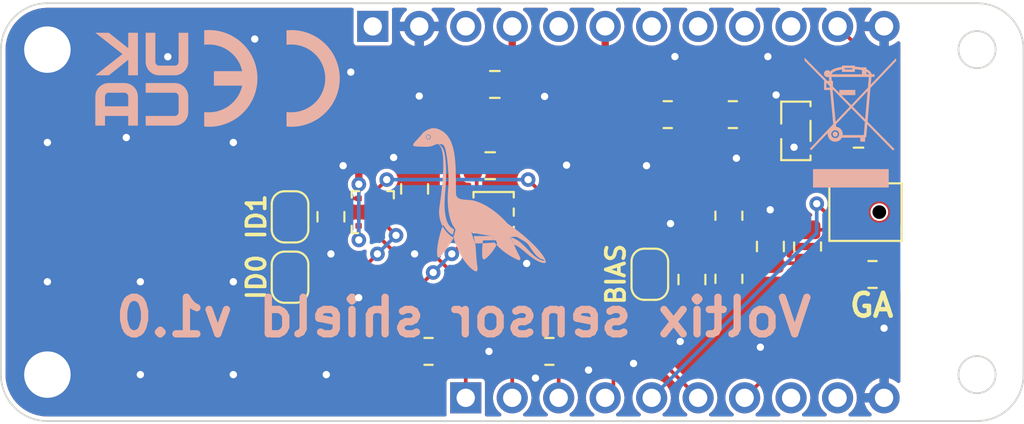
<source format=kicad_pcb>
(kicad_pcb (version 20240108) (generator "pcbnew") (generator_version "8.0")
  (layers (0 "F.Cu" signal) (31 "B.Cu" signal) (34 "B.Paste" user) (35 "F.Paste" user) (36 "B.SilkS" user "B.Silkscreen") (37 "F.SilkS" user "F.Silkscreen") (38 "B.Mask" user) (39 "F.Mask" user) (44 "Edge.Cuts" user))
  (net 0 "")
  (net 1 "GND")
  (net 2 "VCC")
  (net 3 "/SDA")
  (net 4 "/SCL")
  (net 5 "/PowerEnable")
  (net 6 "/DoutMic")
  (net 7 "/AoutMic")
  (net 8 "Net-(J2-Pin_4)")
  (net 9 "Net-(JP3-B)")
  (net 17 "/ModeMic")
  (net 19 "/BMA_AddSelect")
  (net 20 "/BMA_Int")
  (net 22 "/VccMic")
  (net 23 "/BiasMic")
  (net 24 "Net-(Q1-G)")
  (net 25 "Net-(U3-GA1)")
  (net 26 "Net-(U3-GA2)")
  (net 27 "Net-(U3-Vout)")
  (footprint "Resistor_SMD:R_0805_2012Metric" (layer "F.Cu") (at 217.58 65.8775 90)
    (property "Reference" "R5" (hide yes))
    (property "Value" "680k" (hide yes))
  )
  (footprint "voltix:VES_VM1010" (layer "F.Cu") (at 225.05 62.23 90)
    (property "Reference" "U3" (hide yes))
    (property "Value" "VM1010" (hide yes))
  )
  (footprint "voltix:PinSocket_1x12_P2.54mm_Vertical" (layer "F.Cu") (at 198.12 52.07 90)
    (property "Reference" "J2" (hide yes))
    (property "Value" "Conn_01x12" (hide yes))
  )
  (footprint "Resistor_SMD:R_0805_2012Metric" (layer "F.Cu") (at 225.43 65.64 180)
    (property "Reference" "R3" (hide yes))
    (property "Value" "18k" (hide yes))
  )
  (footprint "Resistor_SMD:R_0805_2012Metric" (layer "F.Cu") (at 221.88 64.11 -90)
    (property "Reference" "R8" (hide yes))
    (property "Value" "750R" (hide yes))
  )
  (footprint "Capacitor_SMD:C_0805_2012Metric" (layer "F.Cu") (at 224.663 59.436)
    (property "Reference" "C5" (hide yes))
    (property "Value" "0.1u" (hide yes))
  )
  (footprint "Resistor_SMD:R_0805_2012Metric" (layer "F.Cu") (at 217.58 62.4275 90)
    (property "Reference" "R4" (hide yes))
    (property "Value" "1M" (hide yes))
  )
  (footprint "Capacitor_SMD:C_0805_2012Metric" (layer "F.Cu") (at 195.834 62.484 -90)
    (property "Reference" "C1" (hide yes))
    (property "Value" "0.1u" (hide yes))
  )
  (footprint "voltix:DIODES_SOT-23-3" (layer "F.Cu") (at 221.24 57.785 180)
    (property "Reference" "Q1" (hide yes))
    (property "Value" "Q_PMOS_GSD" (hide yes))
  )
  (footprint "Resistor_SMD:R_0805_2012Metric" (layer "F.Cu") (at 217.796 56.896)
    (property "Reference" "R7" (hide yes))
    (property "Value" "750R" (hide yes))
  )
  (footprint "voltix:SolderJumper-2_P1.3mm_Bridged_RoundedPad1.0x1.5mm_NoMsk" (layer "F.Cu") (at 193.6 65.79 90)
    (property "Reference" "JP2" (hide yes))
    (property "Value" "SolderJumper_2_Bridged" (hide yes))
  )
  (footprint "Resistor_SMD:R_0805_2012Metric" (layer "F.Cu") (at 201.168 69.85)
    (property "Reference" "R1" (hide yes))
    (property "Value" "18k" (hide yes))
  )
  (footprint "Capacitor_SMD:C_0805_2012Metric" (layer "F.Cu") (at 204.79 55.245 180)
    (property "Reference" "C3" (hide yes))
    (property "Value" "DNP" (hide yes))
  )
  (footprint "Jumper:SolderJumper-2_P1.3mm_Open_RoundedPad1.0x1.5mm" (layer "F.Cu") (at 193.6 62.49 90)
    (property "Reference" "JP1" (hide yes))
    (property "Value" "SolderJumper_2_Open" (hide yes))
  )
  (footprint "Capacitor_SMD:C_0805_2012Metric" (layer "F.Cu") (at 219.848 64.11 90)
    (property "Reference" "C7" (hide yes))
    (property "Value" "0.1u" (hide yes))
  )
  (footprint "Resistor_SMD:R_0805_2012Metric" (layer "F.Cu") (at 214.24 56.896 180)
    (property "Reference" "R6" (hide yes))
    (property "Value" "1M" (hide yes))
  )
  (footprint "Capacitor_SMD:C_0805_2012Metric" (layer "F.Cu") (at 215.56 65.9175 -90)
    (property "Reference" "C6" (hide yes))
    (property "Value" "2.2n" (hide yes))
  )
  (footprint "Capacitor_SMD:C_0805_2012Metric" (layer "F.Cu") (at 200.406 60.96 90)
    (property "Reference" "C2" (hide yes))
    (property "Value" "0.1u" (hide yes))
  )
  (footprint "Capacitor_SMD:C_0805_2012Metric" (layer "F.Cu") (at 204.536 59.69)
    (property "Reference" "C4" (hide yes))
    (property "Value" "0.1u" (hide yes))
  )
  (footprint "Resistor_SMD:R_0805_2012Metric" (layer "F.Cu") (at 207.772 69.85 180)
    (property "Reference" "R2" (hide yes))
    (property "Value" "18k" (hide yes))
  )
  (footprint "voltix:PinSocket_1x10_P2.54mm_Vertical" (layer "F.Cu") (at 203.2 72.39 90)
    (property "Reference" "J1" (hide yes))
    (property "Value" "Conn_01x10" (hide yes))
  )
  (footprint "voltix:BOS_BMA400" (layer "F.Cu") (at 198.12 62.23 180)
    (property "Reference" "U1" (hide yes))
    (property "Value" "BMA400" (hide yes))
  )
  (footprint "voltix:SolderJumper-2_P1.3mm_Bridged_RoundedPad1.0x1.5mm_NoMsk" (layer "F.Cu") (at 213.26 65.63 90)
    (property "Reference" "JP3" (hide yes))
    (property "Value" "SolderJumper_2_Bridged" (hide yes))
  )
  (footprint "voltix:SEN_SHTC3" (layer "F.Cu") (at 204.724 62.23)
    (property "Reference" "U2" (hide yes))
    (property "Value" "SHTC3" (hide yes))
  )
  (gr_poly (pts (xy 189.139999 57.560605) (xy 189.106876 57.559982) (xy 189.073766 57.558946) (xy 189.040673 57.557494) (xy 189.0076 57.555629) (xy 188.974552 57.55335) (xy 188.941533 57.550656) (xy 188.908547 57.54755) (xy 188.908547 56.7538) (xy 188.941489 56.757528) (xy 188.974483 56.760666) (xy 189.007523 56.763213) (xy 189.040601 56.765168) (xy 189.073709 56.76653) (xy 189.106838 56.767301) (xy 189.139981 56.767478) (xy 189.17313 56.767062) (xy 189.254336 56.765306) (xy 189.334773 56.760067) (xy 189.414358 56.751413) (xy 189.49301 56.739409) (xy 189.570646 56.724121) (xy 189.647184 56.705616) (xy 189.722541 56.68396) (xy 189.796636 56.659218) (xy 189.869387 56.631458) (xy 189.94071 56.600744) (xy 190.078747 56.530724) (xy 190.210089 56.449685) (xy 190.334078 56.358158) (xy 190.450056 56.256672) (xy 190.557366 56.145755) (xy 190.655349 56.025937) (xy 190.700638 55.962856) (xy 190.743348 55.897748) (xy 190.783398 55.830679) (xy 190.820705 55.761716) (xy 190.855187 55.690924) (xy 190.886762 55.61837) (xy 190.915347 55.54412) (xy 190.94086 55.468239) (xy 190.96322 55.390796) (xy 190.982343 55.311854) (xy 189.437714 55.311854) (xy 189.437714 54.518104) (xy 190.982344 54.518104) (xy 190.96322 54.439162) (xy 190.940861 54.361718) (xy 190.915347 54.285838) (xy 190.886762 54.211588) (xy 190.855187 54.139034) (xy 190.820705 54.068242) (xy 190.783398 53.999279) (xy 190.743349 53.93221) (xy 190.700638 53.867102) (xy 190.655349 53.80402) (xy 190.607565 53.743032) (xy 190.557366 53.684203) (xy 190.504836 53.627599) (xy 190.450056 53.573286) (xy 190.393109 53.521331) (xy 190.334078 53.4718) (xy 190.273043 53.424758) (xy 190.210089 53.380273) (xy 190.145296 53.338409) (xy 190.078747 53.299234) (xy 190.010524 53.262813) (xy 189.94071 53.229213) (xy 189.869387 53.1985) (xy 189.796637 53.170739) (xy 189.722541 53.145998) (xy 189.647184 53.124341) (xy 189.570646 53.105836) (xy 189.49301 53.090549) (xy 189.414358 53.078545) (xy 189.334773 53.06989) (xy 189.254336 53.064652) (xy 189.17313 53.062896) (xy 189.139981 53.06248) (xy 189.106838 53.062657) (xy 189.073709 53.063427) (xy 189.040601 53.06479) (xy 189.007523 53.066745) (xy 188.974483 53.069291) (xy 188.941489 53.072429) (xy 188.908547 53.076158) (xy 188.908547 52.282408) (xy 188.941533 52.279301) (xy 188.974552 52.276608) (xy 189.0076 52.274329) (xy 189.040673 52.272463) (xy 189.073766 52.271012) (xy 189.106876 52.269975) (xy 189.139999 52.269353) (xy 189.17313 52.269146) (xy 189.349446 52.275009) (xy 189.523596 52.292413) (xy 189.6951 52.321081) (xy 189.863475 52.360732) (xy 190.028239 52.411091) (xy 190.18891 52.471877) (xy 190.345007 52.542813) (xy 190.496047 52.62362) (xy 190.641548 52.714021) (xy 190.781029 52.813736) (xy 190.914007 52.922489) (xy 191.04 53.04) (xy 191.158527 53.165991) (xy 191.269106 53.300184) (xy 191.371253 53.4423) (xy 191.464489 53.592062) (xy 191.547569 53.747688) (xy 191.619572 53.907209) (xy 191.680497 54.070069) (xy 191.730345 54.235712) (xy 191.769115 54.403581) (xy 191.796809 54.573119) (xy 191.813425 54.743771) (xy 191.818963 54.914979) (xy 191.813425 55.086187) (xy 191.796809 55.256839) (xy 191.769115 55.426377) (xy 191.730345 55.594246) (xy 191.680497 55.759889) (xy 191.619571 55.92275) (xy 191.547569 56.082271) (xy 191.464489 56.237896) (xy 191.419015 56.313715) (xy 191.371253 56.387658) (xy 191.321263 56.459689) (xy 191.269105 56.529774) (xy 191.21484 56.597879) (xy 191.158527 56.663967) (xy 191.100227 56.728006) (xy 191.04 56.789958) (xy 190.977906 56.849791) (xy 190.914006 56.907469) (xy 190.84836 56.962958) (xy 190.781028 57.016222) (xy 190.712071 57.067226) (xy 190.641548 57.115937) (xy 190.56952 57.162319) (xy 190.496047 57.206338) (xy 190.421189 57.247958) (xy 190.345007 57.287145) (xy 190.26756 57.323865) (xy 190.18891 57.358081) (xy 190.109116 57.38976) (xy 190.028239 57.418867) (xy 189.946338 57.445367) (xy 189.863475 57.469225) (xy 189.779708 57.490407) (xy 189.6951 57.508877) (xy 189.609709 57.524601) (xy 189.523596 57.537544) (xy 189.436822 57.547672) (xy 189.349445 57.554949) (xy 189.261528 57.55934) (xy 189.17313 57.560812)) (fill solid) (layer "B.SilkS"))
  (gr_poly (pts (xy 222.175479 60.883946) (xy 226.31496 60.883946) (xy 226.31496 59.87595) (xy 222.175479 59.87595)) (fill solid) (layer "B.SilkS"))
  (gr_poly (pts (xy 184.757028 53.263429) (xy 183.698695 52.416763) (xy 182.957862 52.416763) (xy 184.439528 53.580929) (xy 182.957862 54.745096) (xy 183.698695 54.745096) (xy 184.757028 53.898429) (xy 184.757028 54.745096) (xy 185.286195 54.745096) (xy 185.286195 52.416763) (xy 184.757028 52.416763)) (fill solid) (layer "B.SilkS"))
  (gr_poly (pts (xy 223.382716 57.826411) (xy 223.375657 57.826947) (xy 223.368702 57.827831) (xy 223.361857 57.829054) (xy 223.355133 57.830606) (xy 223.348537 57.832479) (xy 223.342079 57.834664) (xy 223.335767 57.837153) (xy 223.32961 57.839937) (xy 223.323617 57.843006) (xy 223.317797 57.846353) (xy 223.312157 57.849969) (xy 223.306708 57.853844) (xy 223.301457 57.85797) (xy 223.296414 57.862339) (xy 223.291586 57.866942) (xy 223.286984 57.871769) (xy 223.282615 57.876812) (xy 223.278489 57.882063) (xy 223.274614 57.887513) (xy 223.270998 57.893152) (xy 223.267651 57.898973) (xy 223.264582 57.904966) (xy 223.261798 57.911123) (xy 223.259309 57.917434) (xy 223.257124 57.923893) (xy 223.255251 57.930488) (xy 223.253699 57.937213) (xy 223.252476 57.944057) (xy 223.251592 57.951013) (xy 223.251055 57.958071) (xy 223.250875 57.965224) (xy 223.251055 57.972376) (xy 223.251592 57.979434) (xy 223.252476 57.98639) (xy 223.253699 57.993234) (xy 223.255251 57.999958) (xy 223.257124 58.006553) (xy 223.259309 58.013011) (xy 223.261798 58.019322) (xy 223.264582 58.025479) (xy 223.267651 58.031471) (xy 223.270998 58.037292) (xy 223.274614 58.042931) (xy 223.278489 58.048379) (xy 223.282615 58.05363) (xy 223.286984 58.058673) (xy 223.291586 58.063499) (xy 223.296414 58.068101) (xy 223.301457 58.072469) (xy 223.306708 58.076595) (xy 223.312157 58.08047) (xy 223.317797 58.084085) (xy 223.323617 58.087431) (xy 223.32961 58.0905) (xy 223.335767 58.093284) (xy 223.342079 58.095772) (xy 223.348537 58.097957) (xy 223.355133 58.09983) (xy 223.361857 58.101382) (xy 223.368702 58.102604) (xy 223.375657 58.103488) (xy 223.382716 58.104024) (xy 223.389868 58.104205) (xy 223.39702 58.104024) (xy 223.404079 58.103488) (xy 223.411034 58.102604) (xy 223.417879 58.101382) (xy 223.424603 58.09983) (xy 223.431199 58.097957) (xy 223.437657 58.095772) (xy 223.443969 58.093284) (xy 223.450126 58.0905) (xy 223.456119 58.087431) (xy 223.46194 58.084085) (xy 223.467579 58.08047) (xy 223.473029 58.076595) (xy 223.478279 58.072469) (xy 223.483323 58.068101) (xy 223.48815 58.063499) (xy 223.492752 58.058672) (xy 223.497121 58.05363) (xy 223.501248 58.048379) (xy 223.505123 58.04293) (xy 223.508738 58.037291) (xy 223.512085 58.031471) (xy 223.515155 58.025479) (xy 223.517939 58.019322) (xy 223.520427 58.013011) (xy 223.522613 58.006553) (xy 223.524486 57.999958) (xy 223.526038 57.993234) (xy 223.52726 57.98639) (xy 223.528144 57.979434) (xy 223.528681 57.972376) (xy 223.528862 57.965224) (xy 223.528681 57.958071) (xy 223.528144 57.951013) (xy 223.52726 57.944057) (xy 223.526038 57.937213) (xy 223.524486 57.930488) (xy 223.522613 57.923893) (xy 223.520427 57.917435) (xy 223.517939 57.911123) (xy 223.515155 57.904966) (xy 223.512085 57.898973) (xy 223.508738 57.893152) (xy 223.505123 57.887513) (xy 223.501248 57.882063) (xy 223.497121 57.876812) (xy 223.492752 57.871769) (xy 223.48815 57.866942) (xy 223.483323 57.862339) (xy 223.478279 57.857971) (xy 223.473029 57.853844) (xy 223.467579 57.849969) (xy 223.46194 57.846353) (xy 223.456119 57.843006) (xy 223.450126 57.839937) (xy 223.443969 57.837153) (xy 223.437657 57.834664) (xy 223.431199 57.832479) (xy 223.424603 57.830606) (xy 223.417879 57.829054) (xy 223.411034 57.827831) (xy 223.404079 57.826947) (xy 223.39702 57.826411) (xy 223.389868 57.82623)) (fill solid) (layer "B.SilkS"))
  (gr_poly (pts (xy 193.637915 57.560605) (xy 193.604792 57.559982) (xy 193.571682 57.558946) (xy 193.538589 57.557494) (xy 193.505516 57.555629) (xy 193.472469 57.55335) (xy 193.439449 57.550656) (xy 193.406463 57.54755) (xy 193.406463 56.7538) (xy 193.439405 56.757528) (xy 193.4724 56.760666) (xy 193.50544 56.763213) (xy 193.538518 56.765168) (xy 193.571625 56.76653) (xy 193.604754 56.767301) (xy 193.637897 56.767478) (xy 193.671047 56.767062) (xy 193.794467 56.762958) (xy 193.916373 56.750775) (xy 194.036426 56.730708) (xy 194.154288 56.702951) (xy 194.269623 56.667701) (xy 194.382093 56.62515) (xy 194.49136 56.575495) (xy 194.597088 56.51893) (xy 194.698939 56.45565) (xy 194.796576 56.385849) (xy 194.88966 56.309722) (xy 194.977856 56.227464) (xy 195.060825 56.139271) (xy 195.138229 56.045335) (xy 195.209733 55.945854) (xy 195.274998 55.84102) (xy 195.333154 55.732083) (xy 195.383556 55.620418) (xy 195.426203 55.506416) (xy 195.461097 55.390466) (xy 195.488236 55.272957) (xy 195.507622 55.15428) (xy 195.519253 55.034824) (xy 195.52313 54.914978) (xy 195.519253 54.795133) (xy 195.507622 54.675677) (xy 195.488236 54.557) (xy 195.461097 54.439491) (xy 195.426203 54.323541) (xy 195.383556 54.209539) (xy 195.333154 54.097874) (xy 195.274998 53.988937) (xy 195.243166 53.935863) (xy 195.209733 53.884103) (xy 195.17474 53.833681) (xy 195.138229 53.784622) (xy 195.100243 53.736949) (xy 195.060824 53.690687) (xy 195.020014 53.64586) (xy 194.977856 53.602493) (xy 194.93439 53.56061) (xy 194.88966 53.520235) (xy 194.843708 53.481394) (xy 194.796576 53.444109) (xy 194.748305 53.408405) (xy 194.698939 53.374308) (xy 194.648519 53.34184) (xy 194.597088 53.311027) (xy 194.544688 53.281893) (xy 194.49136 53.254462) (xy 194.437148 53.228759) (xy 194.382093 53.204807) (xy 194.326237 53.182632) (xy 194.269623 53.162257) (xy 194.212292 53.143707) (xy 194.154288 53.127006) (xy 194.095652 53.112179) (xy 194.036426 53.09925) (xy 193.976652 53.088243) (xy 193.916373 53.079183) (xy 193.855631 53.072094) (xy 193.794468 53.067) (xy 193.732926 53.063926) (xy 193.671047 53.062896) (xy 193.637898 53.06248) (xy 193.604754 53.062657) (xy 193.571625 53.063427) (xy 193.538518 53.06479) (xy 193.50544 53.066745) (xy 193.4724 53.069291) (xy 193.439405 53.072429) (xy 193.406463 53.076158) (xy 193.406463 52.282408) (xy 193.43945 52.279301) (xy 193.472469 52.276608) (xy 193.505517 52.274329) (xy 193.538589 52.272463) (xy 193.571682 52.271012) (xy 193.604793 52.269975) (xy 193.637915 52.269353) (xy 193.671047 52.269146) (xy 193.847362 52.275009) (xy 194.021513 52.292413) (xy 194.193017 52.321081) (xy 194.361392 52.360732) (xy 194.526156 52.411091) (xy 194.686827 52.471877) (xy 194.842924 52.542813) (xy 194.993963 52.62362) (xy 195.139465 52.714021) (xy 195.278945 52.813736) (xy 195.411923 52.922489) (xy 195.537917 53.04) (xy 195.656444 53.165991) (xy 195.767022 53.300184) (xy 195.86917 53.4423) (xy 195.962406 53.592062) (xy 196.045485 53.747688) (xy 196.117488 53.907209) (xy 196.178413 54.070069) (xy 196.228261 54.235712) (xy 196.267032 54.403581) (xy 196.294725 54.573119) (xy 196.311341 54.743771) (xy 196.31688 54.914979) (xy 196.311341 55.086187) (xy 196.294725 55.256839) (xy 196.267032 55.426377) (xy 196.228261 55.594246) (xy 196.178413 55.759889) (xy 196.117488 55.92275) (xy 196.045485 56.082271) (xy 195.962405 56.237896) (xy 195.916932 56.313715) (xy 195.86917 56.387658) (xy 195.81918 56.459689) (xy 195.767022 56.529774) (xy 195.712756 56.597879) (xy 195.656443 56.663967) (xy 195.598143 56.728006) (xy 195.537916 56.789958) (xy 195.475823 56.849791) (xy 195.411923 56.907469) (xy 195.346277 56.962958) (xy 195.278945 57.016222) (xy 195.209987 57.067226) (xy 195.139464 57.115937) (xy 195.067436 57.162319) (xy 194.993963 57.206338) (xy 194.919105 57.247958) (xy 194.842923 57.287145) (xy 194.765477 57.323865) (xy 194.686827 57.358081) (xy 194.607033 57.38976) (xy 194.526155 57.418867) (xy 194.444255 57.445367) (xy 194.361391 57.469225) (xy 194.277625 57.490407) (xy 194.193016 57.508877) (xy 194.107626 57.524601) (xy 194.021513 57.537544) (xy 193.934738 57.547672) (xy 193.847362 57.554949) (xy 193.759445 57.55934) (xy 193.671047 57.560812)) (fill solid) (layer "B.SilkS"))
  (gr_poly (pts (xy 221.711897 53.938339) (xy 222.80495 55.051728) (xy 222.782197 55.051728) (xy 222.782197 55.54991) (xy 223.107607 55.54991) (xy 223.281366 57.414285) (xy 221.996028 58.767966) (xy 222.0813 58.848893) (xy 222.984044 57.896608) (xy 222.982726 57.905003) (xy 222.981577 57.913454) (xy 222.9806 57.921958) (xy 222.979796 57.930514) (xy 222.979167 57.93912) (xy 222.978716 57.947775) (xy 222.978444 57.956477) (xy 222.978352 57.965224) (xy 222.978888 57.9864) (xy 222.980477 58.007299) (xy 222.983094 58.027894) (xy 222.986713 58.048159) (xy 222.991308 58.068068) (xy 222.996853 58.087596) (xy 223.003322 58.106717) (xy 223.010691 58.125404) (xy 223.018931 58.143632) (xy 223.028019 58.161376) (xy 223.037927 58.178608) (xy 223.048631 58.195304) (xy 223.060104 58.211438) (xy 223.07232 58.226983) (xy 223.085254 58.241914) (xy 223.098879 58.256205) (xy 223.113171 58.26983) (xy 223.128102 58.282764) (xy 223.143647 58.294979) (xy 223.159781 58.306452) (xy 223.176477 58.317155) (xy 223.19371 58.327063) (xy 223.211453 58.336151) (xy 223.229681 58.344391) (xy 223.248368 58.351759) (xy 223.267488 58.358228) (xy 223.287016 58.363773) (xy 223.306924 58.368368) (xy 223.327189 58.371986) (xy 223.347783 58.374603) (xy 223.368681 58.376192) (xy 223.389857 58.376727) (xy 223.419193 58.375698) (xy 223.447974 58.372656) (xy 223.47613 58.36767) (xy 223.503592 58.36081) (xy 223.53029 58.352145) (xy 223.556157 58.341744) (xy 223.581121 58.329676) (xy 223.605114 58.316011) (xy 223.628067 58.300819) (xy 223.64991 58.284167) (xy 223.670574 58.266125) (xy 223.68999 58.246764) (xy 223.708088 58.226151) (xy 223.724799 58.204356) (xy 223.740054 58.181449) (xy 223.753783 58.157498) (xy 224.760099 58.157498) (xy 224.760099 58.372465) (xy 225.024858 58.372465) (xy 225.024858 58.15695) (xy 225.027761 58.156468) (xy 225.030651 58.155844) (xy 225.033524 58.155081) (xy 225.036375 58.154184) (xy 225.039201 58.153157) (xy 225.041995 58.152005) (xy 225.044753 58.150731) (xy 225.047471 58.149341) (xy 225.052767 58.146227) (xy 225.057844 58.142698) (xy 225.062664 58.138788) (xy 225.06719 58.134532) (xy 225.071383 58.129965) (xy 225.075207 58.125121) (xy 225.078623 58.120035) (xy 225.080166 58.117412) (xy 225.081593 58.114742) (xy 225.082899 58.112029) (xy 225.084079 58.109277) (xy 225.085129 58.10649) (xy 225.086044 58.103673) (xy 225.086819 58.100831) (xy 225.08745 58.097967) (xy 225.087932 58.095086) (xy 225.088259 58.092192) (xy 225.14479 57.435122) (xy 226.547358 58.863788) (xy 226.631202 58.781397) (xy 225.176257 57.300819) (xy 225.012952 57.300819) (xy 224.951552 58.014634) (xy 223.798455 58.014634) (xy 223.799135 58.008544) (xy 223.799726 58.002428) (xy 223.800229 57.996287) (xy 223.800643 57.990121) (xy 223.800966 57.983931) (xy 223.801198 57.977717) (xy 223.801337 57.971481) (xy 223.801384 57.965224) (xy 223.603883 57.965224) (xy 223.603605 57.976236) (xy 223.602779 57.987105) (xy 223.601418 57.997815) (xy 223.599536 58.008354) (xy 223.597146 58.018708) (xy 223.594262 58.028864) (xy 223.590898 58.038808) (xy 223.587066 58.048526) (xy 223.582781 58.058006) (xy 223.578055 58.067234) (xy 223.572902 58.076196) (xy 223.567335 58.08488) (xy 223.561369 58.09327) (xy 223.555015 58.101355) (xy 223.548289 58.109121) (xy 223.541203 58.116553) (xy 223.53377 58.12364) (xy 223.526005 58.130367) (xy 223.51792 58.13672) (xy 223.50953 58.142687) (xy 223.500847 58.148254) (xy 223.491884 58.153407) (xy 223.482656 58.158133) (xy 223.473176 58.162419) (xy 223.463457 58.166252) (xy 223.453513 58.169616) (xy 223.443357 58.1725) (xy 223.433002 58.17489) (xy 223.422463 58.176772) (xy 223.411752 58.178133) (xy 223.400882 58.17896) (xy 223.389868 58.179238) (xy 223.378856 58.17896) (xy 223.367987 58.178133) (xy 223.357277 58.176772) (xy 223.346738 58.17489) (xy 223.336384 58.1725) (xy 223.326228 58.169616) (xy 223.316284 58.166252) (xy 223.306566 58.162419) (xy 223.297086 58.158133) (xy 223.287858 58.153407) (xy 223.278896 58.148254) (xy 223.270212 58.142687) (xy 223.261822 58.13672) (xy 223.253737 58.130367) (xy 223.245971 58.12364) (xy 223.238539 58.116553) (xy 223.231452 58.109121) (xy 223.224725 58.101355) (xy 223.218372 58.09327) (xy 223.212405 58.08488) (xy 223.206838 58.076196) (xy 223.201685 58.067234) (xy 223.196958 58.058006) (xy 223.192673 58.048526) (xy 223.18884 58.038808) (xy 223.185476 58.028864) (xy 223.182592 58.018708) (xy 223.180202 58.008354) (xy 223.17832 57.997815) (xy 223.176959 57.987105) (xy 223.176132 57.976236) (xy 223.175854 57.965224) (xy 223.176132 57.95421) (xy 223.176959 57.94334) (xy 223.17832 57.932629) (xy 223.180202 57.92209) (xy 223.182592 57.911735) (xy 223.185476 57.901579) (xy 223.18884 57.891635) (xy 223.192673 57.881916) (xy 223.196958 57.872436) (xy 223.201685 57.863208) (xy 223.206838 57.854245) (xy 223.212405 57.845562) (xy 223.218372 57.837171) (xy 223.224725 57.829087) (xy 223.231452 57.821321) (xy 223.238539 57.813889) (xy 223.245971 57.806803) (xy 223.253737 57.800077) (xy 223.261822 57.793723) (xy 223.270212 57.787757) (xy 223.278896 57.78219) (xy 223.287858 57.777037) (xy 223.297086 57.772311) (xy 223.306566 57.768026) (xy 223.316284 57.764194) (xy 223.326228 57.76083) (xy 223.336384 57.757946) (xy 223.346738 57.755556) (xy 223.357277 57.753674) (xy 223.367987 57.752313) (xy 223.378856 57.751487) (xy 223.389868 57.751209) (xy 223.400882 57.751487) (xy 223.411751 57.752313) (xy 223.422463 57.753674) (xy 223.433002 57.755556) (xy 223.443357 57.757946) (xy 223.453513 57.76083) (xy 223.463457 57.764194) (xy 223.473176 57.768026) (xy 223.482656 57.772311) (xy 223.491884 57.777037) (xy 223.500846 57.78219) (xy 223.50953 57.787757) (xy 223.51792 57.793723) (xy 223.526005 57.800077) (xy 223.53377 57.806803) (xy 223.541203 57.813889) (xy 223.548289 57.821321) (xy 223.555015 57.829087) (xy 223.561369 57.837171) (xy 223.567335 57.845562) (xy 223.572902 57.854245) (xy 223.578055 57.863208) (xy 223.582781 57.872436) (xy 223.587066 57.881916) (xy 223.590898 57.891635) (xy 223.594262 57.901579) (xy 223.597146 57.911735) (xy 223.599536 57.92209) (xy 223.601418 57.932629) (xy 223.602779 57.94334) (xy 223.603605 57.95421) (xy 223.603883 57.965224) (xy 223.801384 57.965224) (xy 223.800922 57.945559) (xy 223.799552 57.926132) (xy 223.797292 57.906963) (xy 223.794164 57.888074) (xy 223.79019 57.869485) (xy 223.785388 57.851216) (xy 223.779781 57.833289) (xy 223.773388 57.815723) (xy 223.76623 57.798541) (xy 223.758329 57.781761) (xy 223.749704 57.765406) (xy 223.740377 57.749495) (xy 223.730368 57.73405) (xy 223.719698 57.719091) (xy 223.708387 57.704638) (xy 223.696456 57.690713) (xy 223.683926 57.677336) (xy 223.670817 57.664527) (xy 223.65715 57.652308) (xy 223.642947 57.6407) (xy 223.628226 57.629721) (xy 223.61301 57.619395) (xy 223.597319 57.60974) (xy 223.581173 57.600778) (xy 223.564593 57.59253) (xy 223.5476 57.585016) (xy 223.530215 57.578257) (xy 223.512458 57.572273) (xy 223.49435 57.567085) (xy 223.475911 57.562714) (xy 223.457162 57.559181) (xy 223.438124 57.556506) (xy 223.426337 57.430049) (xy 224.268097 56.542105) (xy 225.012952 57.300819) (xy 225.176257 57.300819) (xy 225.157947 57.282186) (xy 225.302453 55.602261) (xy 225.159054 55.602261) (xy 225.026085 57.148002) (xy 224.35 56.46) (xy 224.187492 56.46) (xy 223.412049 57.276673) (xy 223.251125 55.54991) (xy 223.266996 55.54991) (xy 223.266996 55.522359) (xy 224.187492 56.46) (xy 224.35 56.46) (xy 224.347929 56.457892) (xy 225.159054 55.602261) (xy 225.302453 55.602261) (xy 225.316764 55.435895) (xy 226.71832 53.957437) (xy 226.71832 53.794619) (xy 225.332397 55.25423) (xy 225.368404 54.835642) (xy 225.225002 54.835642) (xy 225.174711 55.420298) (xy 224.267359 56.375894) (xy 223.730661 55.829754) (xy 224.487327 55.829754) (xy 224.487327 55.544004) (xy 223.612206 55.544004) (xy 223.612206 55.709204) (xy 223.329418 55.421441) (xy 223.095653 55.421441) (xy 222.907236 55.421441) (xy 222.907236 55.180221) (xy 222.931085 55.180221) (xy 223.088069 55.340121) (xy 223.095653 55.421441) (xy 223.329418 55.421441) (xy 223.266996 55.357922) (xy 223.266996 55.051752) (xy 223.204702 55.051752) (xy 223.184569 54.835642) (xy 225.225002 54.835642) (xy 225.368404 54.835642) (xy 225.368913 54.829725) (xy 225.54103 54.829725) (xy 225.54103 54.68685) (xy 225.389595 54.68685) (xy 224.850432 54.68685) (xy 223.190177 54.68685) (xy 223.19683 54.672675) (xy 223.204552 54.658972) (xy 223.213306 54.645733) (xy 223.22306 54.632949) (xy 223.233778 54.620613) (xy 223.245425 54.608717) (xy 223.257967 54.597253) (xy 223.271369 54.586215) (xy 223.285596 54.575593) (xy 223.300615 54.56538) (xy 223.31639 54.555569) (xy 223.332886 54.546151) (xy 223.367906 54.528465) (xy 223.405397 54.512261) (xy 223.445082 54.497475) (xy 223.486685 54.484047) (xy 223.529927 54.471913) (xy 223.574533 54.461013) (xy 223.620224 54.451283) (xy 223.666725 54.442661) (xy 223.713758 54.435086) (xy 223.761034 54.428497) (xy 223.761034 54.561846) (xy 224.463491 54.561846) (xy 224.463491 54.418971) (xy 224.320639 54.418971) (xy 223.903933 54.418971) (xy 223.903933 54.353463) (xy 224.320639 54.353463) (xy 224.320639 54.418971) (xy 224.463491 54.418971) (xy 224.463491 54.41347) (xy 224.510709 54.417328) (xy 224.558845 54.421966) (xy 224.607603 54.427445) (xy 224.656689 54.433824) (xy 224.705809 54.441163) (xy 224.754669 54.449521) (xy 224.802975 54.45896) (xy 224.850432 54.469537) (xy 224.850432 54.68685) (xy 225.389595 54.68685) (xy 225.389591 54.686838) (xy 225.236837 54.686838) (xy 225.094581 54.686838) (xy 225.094581 54.556833) (xy 225.1065 54.563492) (xy 225.11807 54.570335) (xy 225.129279 54.577365) (xy 225.140117 54.584584) (xy 225.150571 54.591994) (xy 225.160629 54.599598) (xy 225.170279 54.607398) (xy 225.17951 54.615397) (xy 225.18831 54.623597) (xy 225.196666 54.632001) (xy 225.204568 54.640611) (xy 225.212003 54.64943) (xy 225.218959 54.658459) (xy 225.225425 54.667702) (xy 225.231388 54.677161) (xy 225.236837 54.686838) (xy 225.389591 54.686838) (xy 225.388577 54.683777) (xy 225.387477 54.680581) (xy 225.386292 54.677263) (xy 225.385019 54.673827) (xy 225.383657 54.670276) (xy 225.382201 54.666614) (xy 225.380649 54.662842) (xy 225.378998 54.658965) (xy 225.368935 54.63753) (xy 225.357655 54.616859) (xy 225.345199 54.596939) (xy 225.331606 54.577756) (xy 225.316917 54.559297) (xy 225.301173 54.541549) (xy 225.284414 54.524498) (xy 225.26668 54.508131) (xy 225.248012 54.492434) (xy 225.22845 54.477394) (xy 225.208035 54.462997) (xy 225.186807 54.44923) (xy 225.164805 54.43608) (xy 225.142072 54.423533) (xy 225.118647 54.411576) (xy 225.09457 54.400195) (xy 225.09457 54.305766) (xy 224.850432 54.305766) (xy 224.850432 54.320375) (xy 224.802425 54.310028) (xy 224.753928 54.300867) (xy 224.705134 54.292827) (xy 224.656238 54.285843) (xy 224.633194 54.283013) (xy 223.761046 54.283013) (xy 223.761046 54.428496) (xy 223.761034 54.428497) (xy 223.761034 54.283015) (xy 223.761046 54.283013) (xy 224.633194 54.283013) (xy 224.607432 54.27985) (xy 224.55891 54.274785) (xy 224.510865 54.270583) (xy 224.463491 54.267178) (xy 224.463491 54.2106) (xy 223.761034 54.2106) (xy 223.761034 54.283015) (xy 223.665992 54.296719) (xy 223.618718 54.305115) (xy 223.571879 54.314623) (xy 223.525676 54.325305) (xy 223.480308 54.337225) (xy 223.435977 54.350445) (xy 223.392882 54.365028) (xy 223.351224 54.381036) (xy 223.311203 54.398532) (xy 223.273019 54.417578) (xy 223.236873 54.438238) (xy 223.202964 54.460573) (xy 223.171493 54.484646) (xy 223.142661 54.510521) (xy 223.116668 54.53826) (xy 223.109906 54.530124) (xy 223.10271 54.522379) (xy 223.095098 54.515043) (xy 223.087089 54.508134) (xy 223.078702 54.501672) (xy 223.069955 54.495674) (xy 223.060867 54.49016) (xy 223.051456 54.485147) (xy 223.04174 54.480655) (xy 223.031739 54.476701) (xy 223.02147 54.473305) (xy 223.010953 54.470485) (xy 223.000206 54.468259) (xy 222.989247 54.466646) (xy 222.978095 54.465665) (xy 222.966768 54.465334) (xy 222.956964 54.465582) (xy 222.94729 54.466317) (xy 222.937756 54.467529) (xy 222.928374 54.469204) (xy 222.919157 54.471331) (xy 222.910117 54.473898) (xy 222.901266 54.476893) (xy 222.892615 54.480303) (xy 222.884176 54.484118) (xy 222.875962 54.488325) (xy 222.867984 54.492912) (xy 222.860255 54.497867) (xy 222.852786 54.503178) (xy 222.84559 54.508833) (xy 222.838678 54.51482) (xy 222.832062 54.521128) (xy 222.825754 54.527744) (xy 222.819767 54.534656) (xy 222.814112 54.541852) (xy 222.808801 54.549321) (xy 222.803846 54.55705) (xy 222.799259 54.565028) (xy 222.795052 54.573242) (xy 222.791238 54.58168) (xy 222.787827 54.590331) (xy 222.784832 54.599183) (xy 222.782265 54.608223) (xy 222.780138 54.61744) (xy 222.778463 54.626821) (xy 222.777251 54.636355) (xy 222.776516 54.64603) (xy 222.776268 54.655834) (xy 222.776516 54.665636) (xy 222.777251 54.67531) (xy 222.778463 54.684843) (xy 222.780138 54.694224) (xy 222.782265 54.70344) (xy 222.784832 54.71248) (xy 222.787827 54.721331) (xy 222.791238 54.729982) (xy 222.795052 54.73842) (xy 222.799259 54.746634) (xy 222.803846 54.754612) (xy 222.808801 54.762341) (xy 222.814112 54.76981) (xy 222.819767 54.777007) (xy 222.825754 54.783919) (xy 222.832062 54.790535) (xy 222.838678 54.796843) (xy 222.84559 54.802831) (xy 222.852786 54.808486) (xy 222.860255 54.813798) (xy 222.867984 54.818753) (xy 222.875962 54.82334) (xy 222.884176 54.827547) (xy 222.892615 54.831362) (xy 222.901266 54.834773) (xy 222.910117 54.837769) (xy 222.919157 54.840336) (xy 222.928374 54.842463) (xy 222.937756 54.844139) (xy 222.94729 54.84535) (xy 222.956964 54.846086) (xy 222.966768 54.846334) (xy 222.971665 54.846272) (xy 222.976531 54.846088) (xy 222.981366 54.845783) (xy 222.986167 54.845358) (xy 222.990934 54.844815) (xy 222.995665 54.844156) (xy 223.000357 54.843382) (xy 223.005011 54.842494) (xy 223.009624 54.841494) (xy 223.014194 54.840383) (xy 223.018721 54.839163) (xy 223.023202 54.837835) (xy 223.027637 54.836401) (xy 223.032024 54.834862) (xy 223.03636 54.833219) (xy 223.040646 54.831475) (xy 223.061185 55.05174) (xy 222.966101 55.05174) (xy 221.711897 53.775438)) (fill solid) (layer "B.SilkS"))
  (gr_poly (pts (xy 183.661959 55.16934) (xy 183.625473 55.172054) (xy 183.589296 55.176548) (xy 183.55349 55.182796) (xy 183.518116 55.190772) (xy 183.483234 55.200452) (xy 183.448905 55.21181) (xy 183.41519 55.224822) (xy 183.382149 55.239461) (xy 183.349843 55.255704) (xy 183.318334 55.273525) (xy 183.28768 55.292898) (xy 183.257944 55.313799) (xy 183.229186 55.336202) (xy 183.201467 55.360082) (xy 183.174847 55.385414) (xy 183.149514 55.412034) (xy 183.125634 55.439754) (xy 183.103231 55.468512) (xy 183.08233 55.498248) (xy 183.062957 55.528901) (xy 183.045136 55.560411) (xy 183.028894 55.592717) (xy 183.014254 55.625758) (xy 183.001242 55.659473) (xy 182.989884 55.693802) (xy 182.980204 55.728684) (xy 182.972228 55.764058) (xy 182.965981 55.799864) (xy 182.961487 55.83604) (xy 182.958772 55.872527) (xy 182.957862 55.909263) (xy 182.957862 57.496762) (xy 183.487028 57.496762) (xy 183.487028 56.967596) (xy 184.757028 56.967596) (xy 184.757028 57.496762) (xy 185.286195 57.496762) (xy 185.286195 56.438429) (xy 184.757028 56.438429) (xy 183.487028 56.438429) (xy 183.487028 55.909263) (xy 183.487288 55.898767) (xy 183.488064 55.888342) (xy 183.489348 55.878006) (xy 183.491133 55.867776) (xy 183.493412 55.857669) (xy 183.496177 55.847702) (xy 183.499423 55.837894) (xy 183.50314 55.828261) (xy 183.507323 55.818821) (xy 183.511964 55.809591) (xy 183.517055 55.800588) (xy 183.52259 55.79183) (xy 183.528562 55.783333) (xy 183.534963 55.775117) (xy 183.541786 55.767197) (xy 183.549024 55.759591) (xy 183.55663 55.752353) (xy 183.564549 55.745531) (xy 183.572766 55.73913) (xy 183.581262 55.733158) (xy 183.59002 55.727623) (xy 183.599023 55.722531) (xy 183.608253 55.717891) (xy 183.617694 55.713708) (xy 183.627327 55.70999) (xy 183.637135 55.706745) (xy 183.647101 55.703979) (xy 183.657208 55.7017) (xy 183.667438 55.699915) (xy 183.677774 55.698631) (xy 183.688199 55.697856) (xy 183.698695 55.697596) (xy 184.545361 55.697596) (xy 184.555857 55.697856) (xy 184.566282 55.698631) (xy 184.576618 55.699915) (xy 184.586848 55.7017) (xy 184.596955 55.703979) (xy 184.606922 55.706745) (xy 184.61673 55.70999) (xy 184.626363 55.713708) (xy 184.635803 55.717891) (xy 184.645033 55.722531) (xy 184.654036 55.727623) (xy 184.662794 55.733158) (xy 184.671291 55.73913) (xy 184.679507 55.745531) (xy 184.687427 55.752353) (xy 184.695033 55.759591) (xy 184.702271 55.767197) (xy 184.709093 55.775117) (xy 184.715494 55.783333) (xy 184.721466 55.79183) (xy 184.727001 55.800588) (xy 184.732093 55.809591) (xy 184.736733 55.818821) (xy 184.740916 55.828261) (xy 184.744634 55.837894) (xy 184.747879 55.847702) (xy 184.750645 55.857669) (xy 184.752924 55.867776) (xy 184.754709 55.878006) (xy 184.755993 55.888342) (xy 184.756768 55.898767) (xy 184.757028 55.909263) (xy 184.757028 56.438429) (xy 185.286195 56.438429) (xy 185.286195 55.909263) (xy 185.285284 55.872527) (xy 185.28257 55.83604) (xy 185.278076 55.799864) (xy 185.271828 55.764058) (xy 185.263852 55.728684) (xy 185.254172 55.693802) (xy 185.242814 55.659473) (xy 185.229802 55.625758) (xy 185.215163 55.592717) (xy 185.19892 55.560411) (xy 185.181099 55.528901) (xy 185.161726 55.498248) (xy 185.140825 55.468512) (xy 185.118422 55.439753) (xy 185.094542 55.412034) (xy 185.06921 55.385414) (xy 185.04259 55.360082) (xy 185.01487 55.336201) (xy 184.986112 55.313798) (xy 184.956376 55.292898) (xy 184.925723 55.273524) (xy 184.894213 55.255704) (xy 184.861907 55.239461) (xy 184.828866 55.224822) (xy 184.795151 55.21181) (xy 184.760822 55.200452) (xy 184.72594 55.190772) (xy 184.690566 55.182796) (xy 184.65476 55.176548) (xy 184.618584 55.172054) (xy 184.582097 55.16934) (xy 184.545361 55.168429) (xy 183.698695 55.168429)) (fill solid) (layer "B.SilkS"))
  (gr_poly (pts (xy 185.709528 55.697596) (xy 187.297028 55.697596) (xy 187.307524 55.697856) (xy 187.317949 55.698631) (xy 187.328285 55.699915) (xy 187.338515 55.7017) (xy 187.348622 55.703979) (xy 187.358588 55.706745) (xy 187.368397 55.70999) (xy 187.378029 55.713708) (xy 187.38747 55.717891) (xy 187.3967 55.722531) (xy 187.405703 55.727623) (xy 187.414461 55.733158) (xy 187.422957 55.73913) (xy 187.431173 55.745531) (xy 187.439093 55.752353) (xy 187.446699 55.759591) (xy 187.453937 55.767197) (xy 187.46076 55.775117) (xy 187.467161 55.783333) (xy 187.473132 55.79183) (xy 187.478667 55.800588) (xy 187.483759 55.809591) (xy 187.4884 55.818821) (xy 187.492583 55.828261) (xy 187.4963 55.837894) (xy 187.499545 55.847702) (xy 187.502311 55.857669) (xy 187.50459 55.867776) (xy 187.506375 55.878006) (xy 187.507659 55.888342) (xy 187.508435 55.898767) (xy 187.508695 55.909263) (xy 187.508695 56.755929) (xy 187.508435 56.766425) (xy 187.507659 56.77685) (xy 187.506375 56.787186) (xy 187.50459 56.797416) (xy 187.502311 56.807523) (xy 187.499545 56.817489) (xy 187.4963 56.827297) (xy 187.492583 56.83693) (xy 187.4884 56.846371) (xy 187.483759 56.855601) (xy 187.478667 56.864604) (xy 187.473132 56.873362) (xy 187.467161 56.881858) (xy 187.46076 56.890075) (xy 187.453937 56.897994) (xy 187.446699 56.9056) (xy 187.439093 56.912838) (xy 187.431173 56.919661) (xy 187.422957 56.926062) (xy 187.414461 56.932034) (xy 187.405703 56.937569) (xy 187.3967 56.94266) (xy 187.38747 56.947301) (xy 187.378029 56.951484) (xy 187.368397 56.955201) (xy 187.358588 56.958447) (xy 187.348622 56.961212) (xy 187.338515 56.963491) (xy 187.328285 56.965276) (xy 187.317949 56.96656) (xy 187.307524 56.967336) (xy 187.297028 56.967596) (xy 185.709528 56.967596) (xy 185.709528 57.496762) (xy 187.297028 57.496762) (xy 187.333764 57.495852) (xy 187.37025 57.493137) (xy 187.406427 57.488643) (xy 187.442232 57.482396) (xy 187.477607 57.47442) (xy 187.512488 57.46474) (xy 187.546817 57.453382) (xy 187.580533 57.44037) (xy 187.613574 57.42573) (xy 187.645879 57.409488) (xy 187.677389 57.391667) (xy 187.708043 57.372294) (xy 187.737779 57.351393) (xy 187.766537 57.32899) (xy 187.794256 57.30511) (xy 187.820876 57.279777) (xy 187.846209 57.253157) (xy 187.870089 57.225438) (xy 187.892492 57.19668) (xy 187.913393 57.166944) (xy 187.932766 57.13629) (xy 187.950586 57.104781) (xy 187.966829 57.072475) (xy 187.981469 57.039434) (xy 187.99448 57.005719) (xy 188.005839 56.97139) (xy 188.015519 56.936508) (xy 188.023495 56.901134) (xy 188.029743 56.865328) (xy 188.034236 56.829151) (xy 188.036951 56.792665) (xy 188.037861 56.755929) (xy 188.037861 55.909263) (xy 188.036951 55.872527) (xy 188.034236 55.83604) (xy 188.029743 55.799864) (xy 188.023495 55.764058) (xy 188.015519 55.728684) (xy 188.005839 55.693802) (xy 187.99448 55.659473) (xy 187.981469 55.625758) (xy 187.966829 55.592717) (xy 187.950586 55.560411) (xy 187.932766 55.528901) (xy 187.913393 55.498248) (xy 187.892492 55.468512) (xy 187.870089 55.439753) (xy 187.846209 55.412034) (xy 187.820876 55.385414) (xy 187.794256 55.360082) (xy 187.766537 55.336201) (xy 187.737779 55.313798) (xy 187.708043 55.292898) (xy 187.677389 55.273524) (xy 187.645879 55.255704) (xy 187.613574 55.239461) (xy 187.580533 55.224822) (xy 187.546817 55.21181) (xy 187.512488 55.200452) (xy 187.477607 55.190772) (xy 187.442232 55.182796) (xy 187.406427 55.176548) (xy 187.37025 55.172054) (xy 187.333764 55.16934) (xy 187.297028 55.168429) (xy 185.709528 55.168429)) (fill solid) (layer "B.SilkS"))
  (gr_poly (pts (xy 201.157485 58.010879) (xy 201.162994 58.011298) (xy 201.168423 58.011988) (xy 201.173765 58.012942) (xy 201.179014 58.014154) (xy 201.184161 58.015615) (xy 201.189202 58.017321) (xy 201.194128 58.019263) (xy 201.198933 58.021436) (xy 201.203611 58.023831) (xy 201.208153 58.026443) (xy 201.212555 58.029265) (xy 201.216808 58.032289) (xy 201.220906 58.03551) (xy 201.224842 58.038919) (xy 201.228609 58.042511) (xy 201.232201 58.046279) (xy 201.235611 58.050215) (xy 201.238831 58.054313) (xy 201.241856 58.058566) (xy 201.244677 58.062967) (xy 201.247289 58.06751) (xy 201.249685 58.072187) (xy 201.251857 58.076992) (xy 201.2538 58.081919) (xy 201.255505 58.086959) (xy 201.256967 58.092107) (xy 201.258178 58.097355) (xy 201.259132 58.102697) (xy 201.259822 58.108126) (xy 201.260241 58.113635) (xy 201.260382 58.119217) (xy 201.260241 58.1248) (xy 201.259822 58.130309) (xy 201.259132 58.135738) (xy 201.258178 58.14108) (xy 201.256967 58.146328) (xy 201.255505 58.151476) (xy 201.2538 58.156516) (xy 201.251857 58.161442) (xy 201.249685 58.166248) (xy 201.247289 58.170925) (xy 201.244677 58.175468) (xy 201.241856 58.179869) (xy 201.238831 58.184122) (xy 201.235611 58.18822) (xy 201.232201 58.192156) (xy 201.228609 58.195924) (xy 201.224842 58.199516) (xy 201.220906 58.202925) (xy 201.216808 58.206146) (xy 201.212555 58.20917) (xy 201.208153 58.211992) (xy 201.203611 58.214604) (xy 201.198933 58.216999) (xy 201.194128 58.219172) (xy 201.189202 58.221114) (xy 201.184161 58.22282) (xy 201.179014 58.224281) (xy 201.173765 58.225493) (xy 201.168423 58.226447) (xy 201.162994 58.227137) (xy 201.157485 58.227555) (xy 201.151903 58.227697) (xy 201.146321 58.227555) (xy 201.140812 58.227137) (xy 201.135383 58.226447) (xy 201.130041 58.225493) (xy 201.124792 58.224281) (xy 201.119645 58.22282) (xy 201.114604 58.221114) (xy 201.109678 58.219172) (xy 201.104873 58.216999) (xy 201.100195 58.214604) (xy 201.095653 58.211992) (xy 201.091251 58.20917) (xy 201.086998 58.206146) (xy 201.0829 58.202925) (xy 201.078964 58.199516) (xy 201.075197 58.195924) (xy 201.071605 58.192156) (xy 201.068195 58.18822) (xy 201.064975 58.184122) (xy 201.06195 58.179869) (xy 201.059129 58.175468) (xy 201.056517 58.170925) (xy 201.054121 58.166248) (xy 201.051949 58.161442) (xy 201.050006 58.156516) (xy 201.048301 58.151476) (xy 201.046839 58.146328) (xy 201.045628 58.14108) (xy 201.044674 58.135738) (xy 201.043984 58.130309) (xy 201.043565 58.1248) (xy 201.043424 58.119217) (xy 201.043565 58.113635) (xy 201.043984 58.108126) (xy 201.044674 58.102697) (xy 201.045628 58.097355) (xy 201.046839 58.092107) (xy 201.048301 58.086959) (xy 201.050006 58.081919) (xy 201.051949 58.076992) (xy 201.054121 58.072187) (xy 201.056517 58.06751) (xy 201.059129 58.062967) (xy 201.06195 58.058566) (xy 201.064975 58.054313) (xy 201.068195 58.050215) (xy 201.071605 58.046279) (xy 201.075197 58.042511) (xy 201.078964 58.038919) (xy 201.0829 58.03551) (xy 201.086998 58.032289) (xy 201.091251 58.029265) (xy 201.095653 58.026443) (xy 201.100195 58.023831) (xy 201.104873 58.021436) (xy 201.109678 58.019263) (xy 201.114604 58.017321) (xy 201.119645 58.015615) (xy 201.124792 58.014154) (xy 201.130041 58.012942) (xy 201.135383 58.011988) (xy 201.140812 58.011298) (xy 201.146321 58.010879) (xy 201.151903 58.010738)) (fill solid) (layer "B.SilkS"))
  (gr_poly (pts (xy 187.508695 54.004263) (xy 187.508435 54.014759) (xy 187.507659 54.025183) (xy 187.506375 54.035519) (xy 187.50459 54.04575) (xy 187.502311 54.055856) (xy 187.499545 54.065823) (xy 187.4963 54.075631) (xy 187.492583 54.085264) (xy 187.4884 54.094704) (xy 187.483759 54.103934) (xy 187.478667 54.112937) (xy 187.473132 54.121695) (xy 187.467161 54.130191) (xy 187.46076 54.138408) (xy 187.453937 54.146328) (xy 187.446699 54.153934) (xy 187.439093 54.161171) (xy 187.431173 54.167994) (xy 187.422957 54.174395) (xy 187.414461 54.180367) (xy 187.405703 54.185902) (xy 187.3967 54.190994) (xy 187.38747 54.195634) (xy 187.378029 54.199817) (xy 187.368397 54.203535) (xy 187.358588 54.20678) (xy 187.348622 54.209546) (xy 187.338515 54.211824) (xy 187.328285 54.213609) (xy 187.317949 54.214893) (xy 187.307524 54.215669) (xy 187.297028 54.215929) (xy 186.450361 54.215929) (xy 186.439865 54.215669) (xy 186.429441 54.214893) (xy 186.419105 54.213609) (xy 186.408874 54.211824) (xy 186.398768 54.209546) (xy 186.388801 54.20678) (xy 186.378993 54.203535) (xy 186.36936 54.199817) (xy 186.35992 54.195634) (xy 186.35069 54.190994) (xy 186.341687 54.185902) (xy 186.332929 54.180367) (xy 186.324433 54.174395) (xy 186.316216 54.167994) (xy 186.308296 54.161171) (xy 186.30069 54.153934) (xy 186.293453 54.146328) (xy 186.28663 54.138408) (xy 186.280229 54.130191) (xy 186.274257 54.121695) (xy 186.268722 54.112937) (xy 186.26363 54.103934) (xy 186.25899 54.094704) (xy 186.254807 54.085264) (xy 186.251089 54.075631) (xy 186.247844 54.065823) (xy 186.245078 54.055856) (xy 186.2428 54.04575) (xy 186.241015 54.035519) (xy 186.239731 54.025183) (xy 186.238955 54.014759) (xy 186.238695 54.004263) (xy 186.238695 52.416763) (xy 185.709528 52.416763) (xy 185.709528 54.004263) (xy 185.710439 54.040998) (xy 185.713153 54.077485) (xy 185.717647 54.113661) (xy 185.723895 54.149467) (xy 185.731871 54.184841) (xy 185.741551 54.219723) (xy 185.752909 54.254052) (xy 185.765921 54.287767) (xy 185.780561 54.320808) (xy 185.796803 54.353114) (xy 185.814624 54.384624) (xy 185.833997 54.415277) (xy 185.854898 54.445013) (xy 185.877301 54.473771) (xy 185.901181 54.501491) (xy 185.926513 54.528111) (xy 185.953133 54.553443) (xy 185.980853 54.577323) (xy 186.009611 54.599726) (xy 186.039347 54.620627) (xy 186.07 54.64) (xy 186.10151 54.657821) (xy 186.133816 54.674063) (xy 186.166857 54.688703) (xy 186.200572 54.701715) (xy 186.234901 54.713073) (xy 186.269783 54.722753) (xy 186.305157 54.730729) (xy 186.340963 54.736977) (xy 186.377139 54.741471) (xy 186.413626 54.744185) (xy 186.450361 54.745096) (xy 187.297028 54.745096) (xy 187.333764 54.744185) (xy 187.37025 54.741471) (xy 187.406427 54.736977) (xy 187.442232 54.730729) (xy 187.477607 54.722753) (xy 187.512488 54.713073) (xy 187.546817 54.701715) (xy 187.580533 54.688703) (xy 187.613574 54.674063) (xy 187.645879 54.657821) (xy 187.677389 54.64) (xy 187.708043 54.620627) (xy 187.737779 54.599726) (xy 187.766537 54.577323) (xy 187.794256 54.553443) (xy 187.820876 54.528111) (xy 187.846209 54.501491) (xy 187.870089 54.473771) (xy 187.892492 54.445013) (xy 187.913393 54.415277) (xy 187.932766 54.384624) (xy 187.950586 54.353114) (xy 187.966829 54.320808) (xy 187.981469 54.287767) (xy 187.99448 54.254052) (xy 188.005839 54.219723) (xy 188.015519 54.184841) (xy 188.023495 54.149467) (xy 188.029743 54.113661) (xy 188.034236 54.077485) (xy 188.036951 54.040998) (xy 188.037861 54.004263) (xy 188.037861 52.416763) (xy 187.508695 52.416763)) (fill solid) (layer "B.SilkS"))
  (gr_poly (pts (xy 201.48519 57.637789) (xy 201.528199 57.641594) (xy 201.571472 57.648422) (xy 201.615171 57.658265) (xy 201.659459 57.671115) (xy 201.704499 57.686966) (xy 201.750453 57.705808) (xy 201.797485 57.727635) (xy 201.876088 57.76963) (xy 201.949781 57.816202) (xy 202.018722 57.867291) (xy 202.08307 57.922838) (xy 202.142984 57.982783) (xy 202.198623 58.047069) (xy 202.297713 58.188423) (xy 202.38161 58.346428) (xy 202.451585 58.52061) (xy 202.508909 58.710496) (xy 202.554855 58.915614) (xy 202.590693 59.135491) (xy 202.617694 59.369654) (xy 202.637129 59.617629) (xy 202.65027 59.878945) (xy 202.662755 60.439707) (xy 202.665318 61.048156) (xy 202.665318 61.180447) (xy 202.666155 61.211269) (xy 202.668631 61.240274) (xy 202.672696 61.26752) (xy 202.6783 61.293066) (xy 202.685391 61.31697) (xy 202.693921 61.339292) (xy 202.703839 61.36009) (xy 202.715093 61.379422) (xy 202.727634 61.397348) (xy 202.741412 61.413925) (xy 202.756376 61.429212) (xy 202.772475 61.443269) (xy 202.789659 61.456153) (xy 202.807878 61.467923) (xy 202.827082 61.478638) (xy 202.84722 61.488356) (xy 202.890095 61.505038) (xy 202.936103 61.518437) (xy 202.984839 61.529022) (xy 203.035901 61.537263) (xy 203.088884 61.543627) (xy 203.143388 61.548585) (xy 203.25534 61.556156) (xy 203.361297 61.562977) (xy 203.414632 61.567457) (xy 203.467998 61.573023) (xy 203.52124 61.579953) (xy 203.574204 61.588526) (xy 203.626733 61.599021) (xy 203.652786 61.605077) (xy 203.678673 61.611718) (xy 203.773194 61.640374) (xy 203.866193 61.672569) (xy 203.957575 61.708013) (xy 204.047244 61.746418) (xy 204.135106 61.787493) (xy 204.221064 61.830949) (xy 204.305023 61.876496) (xy 204.386888 61.923844) (xy 204.466563 61.972703) (xy 204.543953 62.022785) (xy 204.618962 62.073798) (xy 204.691495 62.125454) (xy 204.82875 62.229534) (xy 204.954957 62.332708) (xy 205.069349 62.432656) (xy 205.171166 62.527063) (xy 205.259641 62.613609) (xy 205.334013 62.689978) (xy 205.437392 62.802912) (xy 205.475194 62.847322) (xy 205.475434 62.84757) (xy 205.47566 62.847818) (xy 205.475872 62.848064) (xy 205.476072 62.848309) (xy 205.47626 62.848552) (xy 205.476438 62.848793) (xy 205.476765 62.849265) (xy 205.477839 62.85096) (xy 205.477964 62.851142) (xy 205.478089 62.851316) (xy 205.478216 62.851481) (xy 205.478346 62.851637) (xy 205.47848 62.851783) (xy 205.478618 62.851919) (xy 205.478763 62.852045) (xy 205.478914 62.852159) (xy 205.479073 62.852262) (xy 205.479241 62.852352) (xy 205.479419 62.85243) (xy 205.479607 62.852495) (xy 205.479807 62.852546) (xy 205.480019 62.852583) (xy 205.480245 62.852606) (xy 205.480485 62.852614) (xy 205.694787 62.999461) (xy 205.89985 63.147697) (xy 206.095238 63.296412) (xy 206.280519 63.444702) (xy 206.455258 63.591658) (xy 206.61902 63.736374) (xy 206.771373 63.877943) (xy 206.911881 64.015457) (xy 207.040111 64.148011) (xy 207.155628 64.274697) (xy 207.257999 64.394609) (xy 207.34679 64.506838) (xy 207.421565 64.610479) (xy 207.481892 64.704625) (xy 207.527337 64.788368) (xy 207.557464 64.860801) (xy 207.551819 64.865574) (xy 207.54579 64.869958) (xy 207.539366 64.87394) (xy 207.537921 64.874694) (xy 207.538838 64.874796) (xy 207.543018 64.874903) (xy 207.546959 64.874598) (xy 207.55065 64.873856) (xy 207.554079 64.872649) (xy 207.557237 64.870952) (xy 207.560111 64.868738) (xy 207.56394 64.881388) (xy 207.567428 64.893543) (xy 207.570482 64.905201) (xy 207.571817 64.910844) (xy 207.573009 64.916363) (xy 207.574046 64.921758) (xy 207.574916 64.927029) (xy 207.575608 64.932176) (xy 207.57611 64.937199) (xy 207.57641 64.942098) (xy 207.576497 64.946873) (xy 207.57636 64.951524) (xy 207.575986 64.95605) (xy 207.575707 64.958718) (xy 207.575369 64.961264) (xy 207.574976 64.963693) (xy 207.574528 64.966009) (xy 207.574031 64.968214) (xy 207.573486 64.970311) (xy 207.572896 64.972306) (xy 207.572265 64.974199) (xy 207.571595 64.975996) (xy 207.570889 64.9777) (xy 207.57015 64.979313) (xy 207.569381 64.98084) (xy 207.568585 64.982283) (xy 207.567765 64.983646) (xy 207.566923 64.984933) (xy 207.566064 64.986147) (xy 207.565188 64.987291) (xy 207.5643 64.988368) (xy 207.563402 64.989383) (xy 207.562498 64.990338) (xy 207.56068 64.992082) (xy 207.55887 64.99363) (xy 207.557091 64.995006) (xy 207.555367 64.996239) (xy 207.552173 64.998384) (xy 207.54864 65.000306) (xy 207.54499 65.002104) (xy 207.541232 65.003779) (xy 207.537373 65.005329) (xy 207.533421 65.006755) (xy 207.529384 65.008058) (xy 207.525269 65.009236) (xy 207.521084 65.01029) (xy 207.516838 65.01122) (xy 207.512537 65.012026) (xy 207.50819 65.012709) (xy 207.503804 65.013267) (xy 207.499387 65.013701) (xy 207.494947 65.014011) (xy 207.490491 65.014197) (xy 207.486028 65.014259) (xy 207.45002 65.012352) (xy 207.41166 65.006818) (xy 207.371261 64.997934) (xy 207.329138 64.985982) (xy 207.285604 64.971238) (xy 207.240973 64.953983) (xy 207.195559 64.934496) (xy 207.149676 64.913056) (xy 207.103638 64.889941) (xy 207.057759 64.865431) (xy 207.012353 64.839804) (xy 206.967734 64.813341) (xy 206.882111 64.759019) (xy 206.803403 64.704696) (xy 206.753519 64.667758) (xy 206.704969 64.630448) (xy 206.657597 64.59289) (xy 206.611249 64.555207) (xy 206.521001 64.479967) (xy 206.432986 64.405718) (xy 206.354887 64.339618) (xy 206.27899 64.276775) (xy 206.204767 64.217961) (xy 206.168119 64.190309) (xy 206.131692 64.163954) (xy 206.095419 64.138995) (xy 206.059236 64.115528) (xy 206.023076 64.093651) (xy 205.986873 64.073459) (xy 205.950562 64.05505) (xy 205.914077 64.03852) (xy 205.877351 64.023968) (xy 205.84414 64.012776) (xy 205.948798 64.265488) (xy 205.966337 64.30024) (xy 205.983442 64.335148) (xy 206.01759 64.406048) (xy 206.053722 64.479428) (xy 206.073307 64.517436) (xy 206.094319 64.55653) (xy 206.106201 64.577797) (xy 206.117067 64.597964) (xy 206.126956 64.617061) (xy 206.135908 64.635119) (xy 206.143961 64.65217) (xy 206.151153 64.668244) (xy 206.157523 64.683372) (xy 206.163111 64.697585) (xy 206.167954 64.710915) (xy 206.172092 64.723393) (xy 206.175563 64.735048) (xy 206.178407 64.745913) (xy 206.180661 64.756018) (xy 206.182365 64.765395) (xy 206.183558 64.774074) (xy 206.184277 64.782087) (xy 206.184563 64.789463) (xy 206.184453 64.796236) (xy 206.183987 64.802434) (xy 206.183203 64.80809) (xy 206.182139 64.813235) (xy 206.180836 64.817898) (xy 206.179331 64.822113) (xy 206.177663 64.825908) (xy 206.175871 64.829316) (xy 206.173994 64.832368) (xy 206.17207 64.835094) (xy 206.170139 64.837525) (xy 206.166408 64.841628) (xy 206.163111 64.844925) (xy 206.160471 64.847493) (xy 206.157523 64.849747) (xy 206.154287 64.851698) (xy 206.150781 64.853359) (xy 206.147022 64.85474) (xy 206.143031 64.855855) (xy 206.138824 64.856713) (xy 206.13442 64.857328) (xy 206.125096 64.85787) (xy 206.115207 64.857576) (xy 206.104899 64.856537) (xy 206.094319 64.854847) (xy 206.083616 64.852599) (xy 206.072935 64.849886) (xy 206.062426 64.846801) (xy 206.052234 64.843437) (xy 206.042507 64.839887) (xy 206.033392 64.836243) (xy 206.025038 64.8326) (xy 206.01759 64.82905) (xy 205.90831 64.777952) (xy 205.802786 64.724121) (xy 205.701115 64.667926) (xy 205.603393 64.609735) (xy 205.509717 64.549916) (xy 205.420185 64.488838) (xy 205.334892 64.426868) (xy 205.253936 64.364375) (xy 205.177415 64.301727) (xy 205.105424 64.239293) (xy 205.03806 64.177439) (xy 204.975421 64.116535) (xy 204.917604 64.056949) (xy 204.885292 64.021583) (xy 204.875624 64.03989) (xy 204.870007 64.050551) (xy 204.866653 64.056468) (xy 204.826352 64.12848) (xy 204.784973 64.197617) (xy 204.742742 64.263792) (xy 204.699883 64.326921) (xy 204.656621 64.386919) (xy 204.61318 64.4437) (xy 204.569786 64.497178) (xy 204.526664 64.54727) (xy 204.484037 64.593888) (xy 204.442131 64.636949) (xy 204.401171 64.676366) (xy 204.361382 64.712055) (xy 204.322987 64.743931) (xy 204.286213 64.771907) (xy 204.251284 64.795899) (xy 204.218424 64.815821) (xy 204.216409 64.816751) (xy 204.214336 64.817552) (xy 204.212209 64.818222) (xy 204.210032 64.818756) (xy 204.207808 64.819151) (xy 204.205541 64.819402) (xy 204.203236 64.819506) (xy 204.200896 64.819459) (xy 204.198524 64.819257) (xy 204.196126 64.818896) (xy 204.193704 64.818372) (xy 204.191263 64.817681) (xy 204.188807 64.81682) (xy 204.186338 64.815785) (xy 204.183862 64.814571) (xy 204.181382 64.813176) (xy 204.175376 64.809806) (xy 204.169301 64.805693) (xy 204.163209 64.800897) (xy 204.157157 64.795481) (xy 204.151197 64.789508) (xy 204.145385 64.783038) (xy 204.139774 64.776134) (xy 204.134419 64.768858) (xy 204.129374 64.761272) (xy 204.124694 64.753437) (xy 204.120432 64.745417) (xy 204.116642 64.737273) (xy 204.11338 64.729067) (xy 204.110699 64.720861) (xy 204.108654 64.712716) (xy 204.107299 64.704696) (xy 204.102076 64.660432) (xy 204.098256 64.609668) (xy 204.094483 64.492657) (xy 204.0953 64.361694) (xy 204.100023 64.224808) (xy 204.107971 64.090031) (xy 204.118461 63.965393) (xy 204.12202 63.934715) (xy 204.184689 63.931782) (xy 204.327151 63.923307) (xy 204.467132 63.913592) (xy 204.545184 63.908094) (xy 204.621252 63.903339) (xy 204.771403 63.895071) (xy 204.760361 63.874979) (xy 204.75004 63.853523) (xy 204.740417 63.830889) (xy 204.735609 63.818196) (xy 204.730123 63.806322) (xy 204.723088 63.789577) (xy 204.716245 63.772074) (xy 204.689052 63.771048) (xy 204.649007 63.769462) (xy 204.60856 63.768526) (xy 204.567431 63.768769) (xy 204.546523 63.769497) (xy 204.52534 63.770717) (xy 204.483141 63.77312) (xy 204.436788 63.774562) (xy 204.336825 63.775678) (xy 204.23587 63.776298) (xy 204.188276 63.77712) (xy 204.144341 63.778655) (xy 204.137472 63.815012) (xy 204.130812 63.858924) (xy 204.12202 63.934715) (xy 204.112373 63.935167) (xy 204.039251 63.937776) (xy 203.965261 63.939456) (xy 203.890341 63.94005) (xy 203.84809 63.939595) (xy 203.804351 63.938397) (xy 203.71199 63.934819) (xy 203.717822 63.954735) (xy 203.724216 63.982787) (xy 203.729719 64.013427) (xy 203.734443 64.046462) (xy 203.742003 64.118944) (xy 203.747796 64.198681) (xy 203.757677 64.373719) (xy 203.763562 64.46592) (xy 203.771278 64.559175) (xy 203.777789 64.636173) (xy 203.78368 64.71528) (xy 203.79509 64.873368) (xy 203.801354 64.949126) (xy 203.808485 65.020543) (xy 203.816856 65.086006) (xy 203.821624 65.116002) (xy 203.82684 65.143904) (xy 203.830812 65.165481) (xy 203.834305 65.186072) (xy 203.837337 65.205703) (xy 203.839925 65.224396) (xy 203.842087 65.242174) (xy 203.843839 65.25906) (xy 203.845201 65.275079) (xy 203.846188 65.290252) (xy 203.846819 65.304604) (xy 203.847111 65.318157) (xy 203.847081 65.330936) (xy 203.846746 65.342962) (xy 203.846125 65.35426) (xy 203.845235 65.364852) (xy 203.844092 65.374762) (xy 203.842716 65.384014) (xy 203.841122 65.39263) (xy 203.839328 65.400633) (xy 203.837353 65.408047) (xy 203.835212 65.414896) (xy 203.832925 65.421202) (xy 203.830507 65.426988) (xy 203.827977 65.432278) (xy 203.825352 65.437096) (xy 203.82265 65.441464) (xy 203.819887 65.445406) (xy 203.817082 65.448944) (xy 203.814252 65.452103) (xy 203.811414 65.454905) (xy 203.808586 65.457374) (xy 203.805784 65.459533) (xy 203.803028 65.461405) (xy 203.797675 65.464331) (xy 203.79205 65.46668) (xy 203.786173 65.468476) (xy 203.780068 65.469746) (xy 203.773755 65.470515) (xy 203.767257 65.470811) (xy 203.760595 65.47066) (xy 203.75379 65.470087) (xy 203.746866 65.469118) (xy 203.739844 65.467781) (xy 203.732744 65.4661) (xy 203.725591 65.464103) (xy 203.711206 65.459262) (xy 203.696864 65.453468) (xy 203.682739 65.446929) (xy 203.669005 65.439856) (xy 203.655837 65.432457) (xy 203.64341 65.424942) (xy 203.631897 65.41752) (xy 203.621473 65.4104) (xy 203.60459 65.397905) (xy 203.547728 65.353878) (xy 203.492712 65.307725) (xy 203.43951 65.259598) (xy 203.388092 65.209647) (xy 203.290487 65.104888) (xy 203.199654 64.994663) (xy 203.115347 64.880191) (xy 203.037323 64.762688) (xy 202.965337 64.643371) (xy 202.899145 64.523457) (xy 202.838504 64.404163) (xy 202.783168 64.286707) (xy 202.732894 64.172304) (xy 202.687437 64.062173) (xy 202.61 63.859591) (xy 202.548903 63.688697) (xy 202.533667 63.642989) (xy 202.537647 63.635784) (xy 202.564778 63.654301) (xy 202.563402 63.627419) (xy 202.563197 63.599482) (xy 202.563525 63.588923) (xy 202.572715 63.57228) (xy 202.572031 63.569811) (xy 202.570095 63.565547) (xy 202.565042 63.556137) (xy 202.564092 63.570678) (xy 202.563525 63.588923) (xy 202.537647 63.635784) (xy 202.530002 63.630566) (xy 202.526748 63.608585) (xy 202.523757 63.584579) (xy 202.521371 63.561162) (xy 202.519551 63.53838) (xy 202.518257 63.516281) (xy 202.517452 63.49491) (xy 202.517097 63.474315) (xy 202.517098 63.473982) (xy 202.512704 63.46611) (xy 202.510365 63.461443) (xy 202.509215 63.458509) (xy 202.5053 63.45618) (xy 202.501486 63.454141) (xy 202.497767 63.452371) (xy 202.494136 63.45085) (xy 202.490587 63.449558) (xy 202.487112 63.448474) (xy 202.483705 63.447579) (xy 202.480359 63.44685) (xy 202.473824 63.445816) (xy 202.467451 63.445207) (xy 202.454976 63.444618) (xy 202.448766 63.444312) (xy 202.442501 63.443781) (xy 202.436128 63.442862) (xy 202.432884 63.442207) (xy 202.429592 63.441394) (xy 202.426247 63.440402) (xy 202.42284 63.439212) (xy 202.419365 63.437802) (xy 202.415816 63.436154) (xy 202.412185 63.434245) (xy 202.408466 63.432057) (xy 202.404652 63.429568) (xy 202.400736 63.426759) (xy 202.366592 63.400621) (xy 202.333588 63.373801) (xy 202.301684 63.346299) (xy 202.270842 63.318114) (xy 202.241024 63.289248) (xy 202.21219 63.259699) (xy 202.184301 63.229469) (xy 202.15732 63.198556) (xy 202.131206 63.166961) (xy 202.105922 63.134684) (xy 202.081429 63.101724) (xy 202.057688 63.068083) (xy 202.034659 63.03376) (xy 202.012305 62.998754) (xy 201.990587 62.963066) (xy 201.969466 62.926696) (xy 201.944505 62.978304) (xy 201.935501 63.000138) (xy 201.910877 62.953703) (xy 201.866609 62.854928) (xy 201.828821 62.753146) (xy 201.797657 62.648693) (xy 201.77326 62.541906) (xy 201.755773 62.433124) (xy 201.745341 62.322683) (xy 201.742105 62.210921) (xy 201.74621 62.098174) (xy 201.757799 61.98478) (xy 201.826301 61.504768) (xy 201.881466 61.046186) (xy 201.932755 60.512043) (xy 201.966804 59.954956) (xy 201.973188 59.684251) (xy 201.970251 59.427541) (xy 201.956322 59.191403) (xy 201.929732 58.982416) (xy 201.888809 58.807154) (xy 201.86245 58.734226) (xy 201.831882 58.672197) (xy 201.82354 58.65818) (xy 201.815372 58.644896) (xy 201.807366 58.632333) (xy 201.799512 58.620479) (xy 201.791798 58.609323) (xy 201.784211 58.598852) (xy 201.77674 58.589056) (xy 201.769375 58.579923) (xy 201.762102 58.571441) (xy 201.75491 58.563599) (xy 201.747789 58.556384) (xy 201.740725 58.549786) (xy 201.733708 58.543792) (xy 201.726726 58.538391) (xy 201.719767 58.533571) (xy 201.71282 58.529322) (xy 201.718349 58.530714) (xy 201.724496 58.531471) (xy 201.734536 58.531408) (xy 201.738657 58.533141) (xy 201.751881 58.539524) (xy 201.766066 58.547306) (xy 201.781119 58.556623) (xy 201.796948 58.56761) (xy 201.813458 58.580403) (xy 201.830558 58.595138) (xy 201.848154 58.61195) (xy 201.866153 58.630975) (xy 201.875274 58.64136) (xy 201.884462 58.652349) (xy 201.893703 58.663959) (xy 201.902988 58.676208) (xy 201.912303 58.689111) (xy 201.921638 58.702686) (xy 201.93098 58.71695) (xy 201.940319 58.73192) (xy 201.949642 58.747613) (xy 201.958938 58.764045) (xy 201.968195 58.781235) (xy 201.977402 58.799197) (xy 202.002225 58.859399) (xy 202.025053 58.935902) (xy 202.04581 59.027335) (xy 202.064425 59.132324) (xy 202.080822 59.249499) (xy 202.09493 59.377488) (xy 202.106672 59.514917) (xy 202.115977 59.660416) (xy 202.122771 59.812612) (xy 202.126979 59.970134) (xy 202.128529 60.131609) (xy 202.127346 60.295664) (xy 202.123357 60.46093) (xy 202.116489 60.626032) (xy 202.106667 60.789599) (xy 202.093819 60.95026) (xy 202.067076 61.278514) (xy 202.049542 61.620689) (xy 202.046641 61.792511) (xy 202.048938 61.962431) (xy 202.057396 62.128652) (xy 202.072983 62.289382) (xy 202.096661 62.442826) (xy 202.129398 62.587188) (xy 202.172157 62.720676) (xy 202.197596 62.78278) (xy 202.225903 62.841493) (xy 202.257199 62.89659) (xy 202.291603 62.947847) (xy 202.329237 62.995038) (xy 202.37022 63.037941) (xy 202.414675 63.076331) (xy 202.46272 63.109983) (xy 202.514478 63.138673) (xy 202.570068 63.162176) (xy 202.567423 63.17276) (xy 202.56271 63.189379) (xy 202.551548 63.230307) (xy 202.544943 63.255701) (xy 202.538401 63.282149) (xy 202.532479 63.307976) (xy 202.529925 63.320135) (xy 202.527735 63.33151) (xy 202.523942 63.355756) (xy 202.520707 63.384592) (xy 202.518341 63.417644) (xy 202.51758 63.435635) (xy 202.517152 63.454541) (xy 202.517098 63.473982) (xy 202.520254 63.479634) (xy 202.541958 63.516386) (xy 202.553321 63.535584) (xy 202.563166 63.552643) (xy 202.565042 63.556137) (xy 202.566018 63.541191) (xy 202.568906 63.511208) (xy 202.572685 63.480916) (xy 202.577285 63.450499) (xy 202.582637 63.420144) (xy 202.588672 63.390038) (xy 202.595319 63.360365) (xy 202.601427 63.336801) (xy 203.506695 63.336801) (xy 203.591361 63.585509) (xy 203.710424 63.934759) (xy 203.71199 63.934819) (xy 203.710423 63.929467) (xy 203.63634 63.537884) (xy 203.769334 63.539661) (xy 204.077202 63.540199) (xy 204.101613 63.539861) (xy 204.668139 63.539861) (xy 204.668215 63.54979) (xy 204.668663 63.561206) (xy 204.669569 63.57415) (xy 204.67022 63.581207) (xy 204.671017 63.588659) (xy 204.671971 63.596513) (xy 204.673093 63.604773) (xy 204.674393 63.613444) (xy 204.675882 63.622531) (xy 204.677571 63.632038) (xy 204.67947 63.64197) (xy 204.68159 63.652333) (xy 204.683941 63.66313) (xy 204.686535 63.674368) (xy 204.689382 63.68605) (xy 204.695565 63.709267) (xy 204.702135 63.731267) (xy 204.708985 63.752011) (xy 204.716005 63.771461) (xy 204.716245 63.772074) (xy 204.719919 63.772213) (xy 204.72317 63.78283) (xy 204.731468 63.807263) (xy 204.735609 63.818196) (xy 204.743621 63.83554) (xy 204.755631 63.858804) (xy 204.765284 63.875806) (xy 204.774048 63.889779) (xy 204.81682 63.943203) (xy 204.864704 63.999049) (xy 204.885292 64.021583) (xy 204.890797 64.011158) (xy 204.898925 63.996497) (xy 204.902813 63.989839) (xy 204.906465 63.983914) (xy 204.909791 63.978934) (xy 204.912702 63.975113) (xy 204.91511 63.972665) (xy 204.916096 63.972021) (xy 204.916924 63.971801) (xy 204.912112 63.96341) (xy 204.907571 63.95329) (xy 204.903262 63.941698) (xy 204.899147 63.928889) (xy 204.891344 63.900642) (xy 204.883851 63.870598) (xy 204.876358 63.840801) (xy 204.872514 63.826635) (xy 204.868555 63.813299) (xy 204.86444 63.801048) (xy 204.860131 63.790137) (xy 204.85559 63.780824) (xy 204.85322 63.776846) (xy 204.850778 63.773363) (xy 204.83006 63.774118) (xy 204.809556 63.774443) (xy 204.769047 63.774066) (xy 204.719919 63.772213) (xy 204.7155 63.757777) (xy 204.708434 63.73229) (xy 204.70195 63.706556) (xy 204.690633 63.655086) (xy 204.681362 63.604856) (xy 204.679582 63.593447) (xy 205.620714 63.593447) (xy 205.840318 64.011489) (xy 205.84414 64.012776) (xy 205.840319 64.00355) (xy 205.643444 63.596677) (xy 205.633702 63.596246) (xy 205.620714 63.593447) (xy 204.679582 63.593447) (xy 204.679582 63.593446) (xy 205.641881 63.593446) (xy 205.643444 63.596677) (xy 205.650573 63.596992) (xy 205.651102 63.596969) (xy 205.712657 63.620483) (xy 205.764292 63.641536) (xy 205.823121 63.666868) (xy 205.886414 63.695921) (xy 205.918882 63.711668) (xy 205.951444 63.728136) (xy 205.983757 63.745255) (xy 206.015481 63.762955) (xy 206.046275 63.781168) (xy 206.075798 63.799821) (xy 206.10953 63.82302) (xy 206.144114 63.848738) (xy 206.179349 63.876642) (xy 206.215035 63.906399) (xy 206.250968 63.937675) (xy 206.286948 63.970136) (xy 206.358241 64.037285) (xy 206.427301 64.105177) (xy 206.492517 64.171147) (xy 206.604965 64.286654) (xy 206.735561 64.424692) (xy 206.777716 64.467467) (xy 206.82323 64.511989) (xy 206.871884 64.557481) (xy 206.923457 64.603162) (xy 206.977727 64.648254) (xy 207.034473 64.691979) (xy 207.093475 64.733556) (xy 207.154512 64.772206) (xy 207.185725 64.790191) (xy 207.217363 64.807152) (xy 207.2494 64.822992) (xy 207.281807 64.837613) (xy 207.314557 64.850919) (xy 207.347623 64.862812) (xy 207.380976 64.873194) (xy 207.41459 64.881968) (xy 207.427211 64.884637) (xy 207.439286 64.886701) (xy 207.450826 64.888177) (xy 207.461842 64.889078) (xy 207.472348 64.889422) (xy 207.482353 64.889223) (xy 207.49187 64.888497) (xy 207.50091 64.887259) (xy 207.509485 64.885526) (xy 207.517606 64.883311) (xy 207.525286 64.880632) (xy 207.532535 64.877503) (xy 207.537921 64.874694) (xy 207.534431 64.874303) (xy 207.529807 64.873451) (xy 207.524978 64.872266) (xy 207.519955 64.870773) (xy 207.509369 64.866971) (xy 207.498141 64.862254) (xy 207.486358 64.856832) (xy 207.461486 64.844709) (xy 207.435467 64.832275) (xy 207.42225 64.826466) (xy 207.409014 64.821206) (xy 207.395847 64.816706) (xy 207.389318 64.814807) (xy 207.382839 64.813176) (xy 207.349256 64.803688) (xy 207.315991 64.791227) (xy 207.283068 64.775979) (xy 207.250511 64.758135) (xy 207.218344 64.737882) (xy 207.18659 64.715408) (xy 207.155272 64.690903) (xy 207.124416 64.664554) (xy 207.06418 64.60708) (xy 207.006071 64.544494) (xy 206.950281 64.478304) (xy 206.896998 64.410016) (xy 206.846413 64.34114) (xy 206.798715 64.273183) (xy 206.71274 64.146053) (xy 206.640595 64.040691) (xy 206.610183 63.999941) (xy 206.583798 63.969155) (xy 206.558645 63.944394) (xy 206.531904 63.920636) (xy 206.503721 63.89777) (xy 206.474244 63.875683) (xy 206.443619 63.854262) (xy 206.411994 63.833396) (xy 206.346334 63.792876) (xy 206.209495 63.713543) (xy 206.140672 63.67293) (xy 206.106676 63.651994) (xy 206.073152 63.630488) (xy 206.058518 63.621596) (xy 206.043421 63.613736) (xy 206.027912 63.606854) (xy 206.012039 63.600898) (xy 205.995853 63.595814) (xy 205.979402 63.591549) (xy 205.945904 63.585261) (xy 205.911941 63.581609) (xy 205.877908 63.580166) (xy 205.844201 63.580505) (xy 205.811214 63.582202) (xy 205.748986 63.587958) (xy 205.694384 63.594025) (xy 205.670932 63.596109) (xy 205.651102 63.596969) (xy 205.641881 63.593446) (xy 204.679582 63.593446) (xy 204.673952 63.557355) (xy 204.669096 63.520712) (xy 204.668761 63.524315) (xy 204.668349 63.531383) (xy 204.668139 63.539861) (xy 204.101613 63.539861) (xy 204.254003 63.537755) (xy 204.423269 63.532303) (xy 204.567916 63.522944) (xy 204.608375 63.518443) (xy 204.62247 63.518621) (xy 204.668216 63.514071) (xy 204.669096 63.520712) (xy 204.66929 63.518619) (xy 204.669849 63.514256) (xy 204.670354 63.511188) (xy 204.670861 63.50878) (xy 204.625669 63.516519) (xy 204.608375 63.518443) (xy 204.561333 63.517849) (xy 204.487337 63.512449) (xy 204.403012 63.503116) (xy 204.213499 63.475423) (xy 204.013041 63.440319) (xy 203.660277 63.37008) (xy 203.506695 63.336801) (xy 202.601427 63.336801) (xy 202.610171 63.303066) (xy 202.626635 63.249736) (xy 202.635297 63.225024) (xy 202.644153 63.201863) (xy 202.599174 63.109259) (xy 202.568353 63.068772) (xy 202.538886 63.02575) (xy 202.483977 62.932448) (xy 202.43437 62.830037) (xy 202.389988 62.719205) (xy 202.350752 62.600637) (xy 202.316587 62.475018) (xy 202.287413 62.343036) (xy 202.263153 62.205376) (xy 202.243731 62.062724) (xy 202.229067 61.915766) (xy 202.219086 61.765188) (xy 202.213709 61.611676) (xy 202.212859 61.455916) (xy 202.216458 61.298594) (xy 202.224429 61.140397) (xy 202.236695 60.982009) (xy 202.248563 60.819645) (xy 202.255614 60.650355) (xy 202.258176 60.476081) (xy 202.25658 60.298764) (xy 202.242229 59.94277) (xy 202.215197 59.597908) (xy 202.17812 59.27971) (xy 202.133631 59.003711) (xy 202.109432 58.886391) (xy 202.084368 58.785446) (xy 202.05877 58.702817) (xy 202.032966 58.640447) (xy 202.023592 58.622954) (xy 202.013848 58.607137) (xy 202.003767 58.592917) (xy 201.993382 58.580218) (xy 201.982725 58.568962) (xy 201.97183 58.559074) (xy 201.96073 58.550475) (xy 201.949457 58.543088) (xy 201.938044 58.536837) (xy 201.926525 58.531645) (xy 201.914933 58.527434) (xy 201.903299 58.524128) (xy 201.891658 58.521649) (xy 201.880042 58.519921) (xy 201.868485 58.518866) (xy 201.857018 58.518408) (xy 201.834489 58.518972) (xy 201.812721 58.520997) (xy 201.772517 58.526965) (xy 201.754608 58.529676) (xy 201.738513 58.531384) (xy 201.734536 58.531408) (xy 201.726487 58.528022) (xy 201.715464 58.524031) (xy 201.711525 58.521643) (xy 201.70764 58.519437) (xy 201.703802 58.517409) (xy 201.700003 58.515556) (xy 201.696234 58.513873) (xy 201.692489 58.512357) (xy 201.688759 58.511004) (xy 201.685037 58.50981) (xy 201.681315 58.50877) (xy 201.677585 58.507882) (xy 201.67384 58.507141) (xy 201.670072 58.506544) (xy 201.666272 58.506086) (xy 201.662434 58.505763) (xy 201.658549 58.505573) (xy 201.65461 58.50551) (xy 201.647602 58.505724) (xy 201.640461 58.506352) (xy 201.633181 58.507376) (xy 201.625754 58.508776) (xy 201.618172 58.510532) (xy 201.610427 58.512626) (xy 201.602511 58.515037) (xy 201.594417 58.517747) (xy 201.577664 58.523984) (xy 201.560104 58.531183) (xy 201.541676 58.539188) (xy 201.522318 58.547843) (xy 201.482114 58.566504) (xy 201.436329 58.586001) (xy 201.384094 58.605189) (xy 201.355287 58.614308) (xy 201.324542 58.622919) (xy 201.291751 58.630879) (xy 201.256805 58.638044) (xy 201.219595 58.644272) (xy 201.180014 58.649418) (xy 201.137952 58.65334) (xy 201.093301 58.655894) (xy 201.045952 58.656935) (xy 200.995798 58.656322) (xy 200.852923 58.653677) (xy 200.743596 58.650716) (xy 200.646052 58.647351) (xy 200.601814 58.645315) (xy 200.560661 58.642933) (xy 200.52264 58.640125) (xy 200.487798 58.636809) (xy 200.456179 58.632905) (xy 200.427832 58.628329) (xy 200.402803 58.623002) (xy 200.391547 58.620031) (xy 200.381138 58.616842) (xy 200.371581 58.613424) (xy 200.362883 58.609767) (xy 200.355049 58.605861) (xy 200.348085 58.601695) (xy 200.341997 58.597261) (xy 200.336791 58.592547) (xy 200.332473 58.587543) (xy 200.329048 58.582239) (xy 200.326908 58.577496) (xy 200.325446 58.572198) (xy 200.324658 58.566351) (xy 200.324541 58.559956) (xy 200.325091 58.553019) (xy 200.326304 58.545544) (xy 200.328175 58.537533) (xy 200.330701 58.528992) (xy 200.333879 58.519923) (xy 200.337703 58.510331) (xy 200.342172 58.50022) (xy 200.347279 58.489594) (xy 200.353022 58.478455) (xy 200.359397 58.46681) (xy 200.3664 58.45466) (xy 200.374027 58.44201) (xy 200.551298 58.250849) (xy 200.669639 58.119217) (xy 201.024903 58.119217) (xy 201.025044 58.1248) (xy 201.025075 58.126025) (xy 201.025401 58.130309) (xy 201.025586 58.132744) (xy 201.025967 58.135738) (xy 201.026427 58.139364) (xy 201.026734 58.14108) (xy 201.027591 58.145879) (xy 201.027695 58.146328) (xy 201.028883 58.151476) (xy 201.029068 58.152279) (xy 201.030271 58.156516) (xy 201.030851 58.158557) (xy 201.031827 58.161442) (xy 201.032931 58.164704) (xy 201.033539 58.166248) (xy 201.035299 58.170711) (xy 201.035396 58.170925) (xy 201.03745 58.175468) (xy 201.037949 58.176571) (xy 201.039638 58.179869) (xy 201.04087 58.182276) (xy 201.041932 58.184122) (xy 201.044055 58.187816) (xy 201.044315 58.18822) (xy 201.044445 58.188423) (xy 201.046838 58.192156) (xy 201.047496 58.193183) (xy 201.049446 58.195924) (xy 201.051185 58.19837) (xy 201.052085 58.199516) (xy 201.054765 58.202925) (xy 201.055112 58.203367) (xy 201.057519 58.206146) (xy 201.05927 58.208167) (xy 201.060226 58.20917) (xy 201.062916 58.211992) (xy 201.06365 58.212762) (xy 201.065582 58.214604) (xy 201.068095 58.216999) (xy 201.068245 58.217142) (xy 201.070588 58.219172) (xy 201.07283 58.221114) (xy 201.073045 58.2213) (xy 201.074979 58.22282) (xy 201.076839 58.224281) (xy 201.078043 58.225227) (xy 201.078416 58.225493) (xy 201.079757 58.226447) (xy 201.080727 58.227137) (xy 201.081316 58.227555) (xy 201.081515 58.227697) (xy 201.083229 58.228916) (xy 201.088597 58.232357) (xy 201.094137 58.235542) (xy 201.099841 58.238464) (xy 201.105701 58.241113) (xy 201.111708 58.243482) (xy 201.117855 58.245562) (xy 201.124133 58.247344) (xy 201.130533 58.248821) (xy 201.137048 58.249985) (xy 201.143669 58.250826) (xy 201.143964 58.250849) (xy 201.150387 58.251337) (xy 201.157195 58.251509) (xy 201.164002 58.251337) (xy 201.170425 58.250849) (xy 201.170721 58.250826) (xy 201.177341 58.249985) (xy 201.183856 58.248821) (xy 201.190256 58.247344) (xy 201.196534 58.245562) (xy 201.202681 58.243482) (xy 201.208689 58.241113) (xy 201.214549 58.238464) (xy 201.220253 58.235542) (xy 201.225793 58.232357) (xy 201.23116 58.228916) (xy 201.232875 58.227697) (xy 201.233073 58.227555) (xy 201.233662 58.227137) (xy 201.234632 58.226447) (xy 201.235974 58.225493) (xy 201.236347 58.225227) (xy 201.237551 58.224281) (xy 201.239411 58.22282) (xy 201.241345 58.2213) (xy 201.241559 58.221114) (xy 201.243802 58.219172) (xy 201.246145 58.217142) (xy 201.246294 58.216999) (xy 201.248807 58.214604) (xy 201.250739 58.212762) (xy 201.251473 58.211992) (xy 201.254163 58.20917) (xy 201.255119 58.208167) (xy 201.256871 58.206146) (xy 201.259277 58.203367) (xy 201.259625 58.202925) (xy 201.262304 58.199516) (xy 201.263205 58.19837) (xy 201.264944 58.195924) (xy 201.266893 58.193183) (xy 201.267551 58.192156) (xy 201.269944 58.188423) (xy 201.270075 58.18822) (xy 201.270334 58.187816) (xy 201.272458 58.184122) (xy 201.27352 58.182276) (xy 201.274752 58.179869) (xy 201.276441 58.176571) (xy 201.27694 58.175468) (xy 201.278994 58.170925) (xy 201.27909 58.170711) (xy 201.28085 58.166248) (xy 201.281459 58.164704) (xy 201.282563 58.161442) (xy 201.283539 58.158557) (xy 201.284118 58.156516) (xy 201.285322 58.152279) (xy 201.285507 58.151476) (xy 201.286695 58.146328) (xy 201.286799 58.145879) (xy 201.287656 58.14108) (xy 201.287962 58.139364) (xy 201.288423 58.135738) (xy 201.288803 58.132744) (xy 201.288989 58.130309) (xy 201.289314 58.126025) (xy 201.289345 58.1248) (xy 201.289486 58.119217) (xy 201.289345 58.113635) (xy 201.289314 58.11241) (xy 201.288989 58.108126) (xy 201.288803 58.105691) (xy 201.288423 58.102697) (xy 201.287962 58.099071) (xy 201.287656 58.097355) (xy 201.286799 58.092556) (xy 201.286695 58.092107) (xy 201.285507 58.086959) (xy 201.285322 58.086156) (xy 201.284118 58.081919) (xy 201.283539 58.079878) (xy 201.283198 58.078869) (xy 201.282563 58.076992) (xy 201.281459 58.073731) (xy 201.28085 58.072187) (xy 201.27909 58.067724) (xy 201.278994 58.06751) (xy 201.27694 58.062967) (xy 201.276441 58.061864) (xy 201.274752 58.058566) (xy 201.27352 58.056159) (xy 201.272458 58.054313) (xy 201.270334 58.050619) (xy 201.270075 58.050215) (xy 201.268058 58.047069) (xy 201.267551 58.046279) (xy 201.266893 58.045252) (xy 201.264944 58.042511) (xy 201.263205 58.040065) (xy 201.262304 58.038919) (xy 201.259625 58.03551) (xy 201.259277 58.035068) (xy 201.256871 58.032289) (xy 201.255119 58.030268) (xy 201.254163 58.029265) (xy 201.251473 58.026443) (xy 201.250739 58.025673) (xy 201.248807 58.023831) (xy 201.246294 58.021436) (xy 201.246145 58.021293) (xy 201.243802 58.019263) (xy 201.241559 58.017321) (xy 201.241345 58.017135) (xy 201.239411 58.015615) (xy 201.237551 58.014154) (xy 201.236347 58.013207) (xy 201.235974 58.012942) (xy 201.234632 58.011988) (xy 201.233662 58.011298) (xy 201.233073 58.010879) (xy 201.232875 58.010738) (xy 201.23116 58.009519) (xy 201.225793 58.006078) (xy 201.220253 58.002893) (xy 201.214549 57.999971) (xy 201.208689 57.997322) (xy 201.202681 57.994953) (xy 201.196534 57.992873) (xy 201.195028 57.992446) (xy 201.190256 57.991091) (xy 201.183856 57.989614) (xy 201.177341 57.98845) (xy 201.170721 57.987609) (xy 201.164002 57.987098) (xy 201.157195 57.986926) (xy 201.150387 57.987098) (xy 201.143669 57.987609) (xy 201.137048 57.98845) (xy 201.130533 57.989614) (xy 201.124133 57.991091) (xy 201.119361 57.992446) (xy 201.117855 57.992873) (xy 201.111708 57.994953) (xy 201.105701 57.997322) (xy 201.099841 57.999971) (xy 201.094137 58.002893) (xy 201.088597 58.006078) (xy 201.083229 58.009519) (xy 201.081515 58.010738) (xy 201.081316 58.010879) (xy 201.080727 58.011298) (xy 201.079757 58.011988) (xy 201.078416 58.012942) (xy 201.078043 58.013207) (xy 201.076839 58.014154) (xy 201.074979 58.015615) (xy 201.073045 58.017135) (xy 201.07283 58.017321) (xy 201.070588 58.019263) (xy 201.068245 58.021293) (xy 201.068095 58.021436) (xy 201.065582 58.023831) (xy 201.06365 58.025673) (xy 201.062916 58.026443) (xy 201.060226 58.029265) (xy 201.05927 58.030268) (xy 201.057519 58.032289) (xy 201.055112 58.035068) (xy 201.054765 58.03551) (xy 201.052085 58.038919) (xy 201.051185 58.040065) (xy 201.049446 58.042511) (xy 201.047496 58.045252) (xy 201.046838 58.046279) (xy 201.046332 58.047069) (xy 201.044315 58.050215) (xy 201.044055 58.050619) (xy 201.041932 58.054313) (xy 201.04087 58.056159) (xy 201.039638 58.058566) (xy 201.037949 58.061864) (xy 201.03745 58.062967) (xy 201.035396 58.06751) (xy 201.035299 58.067724) (xy 201.033539 58.072187) (xy 201.032931 58.073731) (xy 201.031827 58.076992) (xy 201.031192 58.078869) (xy 201.030851 58.079878) (xy 201.030271 58.081919) (xy 201.029068 58.086156) (xy 201.028883 58.086959) (xy 201.027695 58.092107) (xy 201.027591 58.092556) (xy 201.026734 58.097355) (xy 201.026427 58.099071) (xy 201.025967 58.102697) (xy 201.025586 58.105691) (xy 201.025401 58.108126) (xy 201.025075 58.11241) (xy 201.025044 58.113635) (xy 201.024903 58.119217) (xy 200.669639 58.119217) (xy 200.705914 58.078869) (xy 200.781051 57.992446) (xy 200.847631 57.912843) (xy 200.856467 57.902395) (xy 200.866105 57.891889) (xy 200.876542 57.881328) (xy 200.887773 57.870717) (xy 200.899795 57.860059) (xy 200.912604 57.849359) (xy 200.926195 57.83862) (xy 200.940566 57.827846) (xy 200.955712 57.817041) (xy 200.971629 57.806209) (xy 200.988313 57.795354) (xy 201.005761 57.784479) (xy 201.042932 57.762687) (xy 201.08311 57.740864) (xy 201.131072 57.717112) (xy 201.177833 57.696453) (xy 201.223555 57.67888) (xy 201.268401 57.664383) (xy 201.312534 57.652956) (xy 201.356117 57.644591) (xy 201.399312 57.63928) (xy 201.442282 57.637015)) (fill solid) (layer "B.SilkS"))
  (gr_poly (pts (xy 201.961482 63.049133) (xy 202.01828 63.140882) (xy 202.081128 63.228611) (xy 202.149883 63.311983) (xy 202.224401 63.390663) (xy 202.304539 63.464311) (xy 202.390153 63.532592) (xy 202.425252 63.557562) (xy 202.476473 63.593446) (xy 202.528191 63.62933) (xy 202.530002 63.630566) (xy 202.530382 63.633134) (xy 202.533667 63.642989) (xy 202.525049 63.658596) (xy 202.473786 63.747241) (xy 202.419609 63.837258) (xy 202.363199 63.92769) (xy 202.305238 64.017579) (xy 202.24641 64.105968) (xy 202.187395 64.1919) (xy 202.128877 64.274418) (xy 202.071537 64.352564) (xy 202.016057 64.42538) (xy 201.96312 64.491911) (xy 201.913407 64.551197) (xy 201.867601 64.602282) (xy 201.826384 64.644209) (xy 201.790438 64.676021) (xy 201.774654 64.687834) (xy 201.760445 64.696759) (xy 201.75598 64.699085) (xy 201.751515 64.701105) (xy 201.74705 64.702823) (xy 201.742585 64.704242) (xy 201.73812 64.705366) (xy 201.733656 64.7062) (xy 201.729191 64.706747) (xy 201.724726 64.707012) (xy 201.720261 64.706997) (xy 201.715796 64.706707) (xy 201.711331 64.706145) (xy 201.706867 64.705317) (xy 201.702402 64.704224) (xy 201.697937 64.702873) (xy 201.693472 64.701265) (xy 201.689007 64.699405) (xy 201.684637 64.696833) (xy 201.68046 64.694083) (xy 201.676485 64.691161) (xy 201.672719 64.688078) (xy 201.66917 64.684839) (xy 201.665846 64.681453) (xy 201.662754 64.677927) (xy 201.659903 64.67427) (xy 201.6573 64.670488) (xy 201.654952 64.66659) (xy 201.652869 64.662584) (xy 201.651056 64.658477) (xy 201.649522 64.654277) (xy 201.648276 64.649992) (xy 201.647324 64.645629) (xy 201.646674 64.641197) (xy 201.636288 64.540755) (xy 201.633414 64.431116) (xy 201.637314 64.314059) (xy 201.647253 64.191363) (xy 201.662493 64.064807) (xy 201.6823 63.93617) (xy 201.705935 63.80723) (xy 201.732663 63.679767) (xy 201.761748 63.555559) (xy 201.792453 63.436386) (xy 201.824042 63.324027) (xy 201.855777 63.22026) (xy 201.886924 63.126864) (xy 201.916745 63.045619) (xy 201.935501 63.000138)) (fill solid) (layer "B.SilkS"))
  (gr_line (start 231.14 50.8) (end 180.34 50.8) (stroke (width 0.1)) (layer "Edge.Cuts"))
  (gr_circle (center 231.14 71.12) (end 231.14 70.104) (stroke (width 0.1)) (fill none) (layer "Edge.Cuts"))
  (gr_arc (start 180.34 73.66) (mid 178.543949 72.916051) (end 177.8 71.12) (stroke (width 0.1)) (layer "Edge.Cuts"))
  (gr_arc (start 231.14 50.8) (mid 232.936051 51.543949) (end 233.68 53.34) (stroke (width 0.1)) (layer "Edge.Cuts"))
  (gr_line (start 233.68 71.12) (end 233.68 53.34) (stroke (width 0.1)) (layer "Edge.Cuts"))
  (gr_line (start 180.34 73.66) (end 231.14 73.66) (stroke (width 0.1)) (layer "Edge.Cuts"))
  (gr_line (start 177.8 53.34) (end 177.8 71.12) (stroke (width 0.1)) (layer "Edge.Cuts"))
  (gr_circle (center 231.14 53.34) (end 231.14 52.324) (stroke (width 0.1)) (fill none) (layer "Edge.Cuts"))
  (gr_arc (start 233.68 71.12) (mid 232.936051 72.916051) (end 231.14 73.66) (stroke (width 0.1)) (layer "Edge.Cuts"))
  (gr_arc (start 177.8 53.34) (mid 178.543949 51.543949) (end 180.34 50.8) (stroke (width 0.1)) (layer "Edge.Cuts"))
  (gr_text "Voltix sensor shield v1.0" (at 203.079082 67.983553 0) (layer "B.SilkS") (effects (font (size 2 2) (thickness 0.4)) (justify mirror)))
  (gr_text "BIAS" (at 211.4 65.63 90) (layer "F.SilkS") (effects (font (size 1 1) (thickness 0.2))))
  (gr_text "ID0" (at 191.76 65.79 90) (layer "F.SilkS") (effects (font (size 1 1) (thickness 0.2))))
  (gr_text "ID1" (at 191.76 62.48 90) (layer "F.SilkS") (effects (font (size 1 1) (thickness 0.2))))
  (gr_text "GA" (at 225.38 67.33 0) (layer "F.SilkS") (effects (font (size 1.25 1.25) (thickness 0.25))))
  (via (at 180.34 53.34) (size 3.81) (drill 2.54) (layers "F.Cu" "B.Cu") (net 1))
  (via (at 206.53 65.04) (size 0.8) (drill 0.4) (layers "F.Cu" "B.Cu") (net 1))
  (via (at 221.14 58.68) (size 0.8) (drill 0.4) (layers "F.Cu" "B.Cu") (net 1))
  (via (at 180.34 66.04) (size 0.8) (drill 0.4) (layers "F.Cu" "B.Cu") (net 1))
  (via (at 213.08 59.69) (size 0.8) (drill 0.4) (layers "F.Cu" "B.Cu") (net 1))
  (via (at 190.5 66.04) (size 0.8) (drill 0.4) (layers "F.Cu" "B.Cu") (net 1))
  (via (at 196.5 59.69) (size 0.8) (drill 0.4) (layers "F.Cu" "B.Cu") (net 1))
  (via (at 214.92 69.31) (size 0.8) (drill 0.4) (layers "F.Cu" "B.Cu") (net 1))
  (via (at 219.837 62.103) (size 0.8) (drill 0.4) (layers "F.Cu" "B.Cu") (net 1))
  (via (at 212.37 70.51) (size 0.8) (drill 0.4) (layers "F.Cu" "B.Cu") (net 1))
  (via (at 197.35 66.91) (size 0.8) (drill 0.4) (layers "F.Cu" "B.Cu") (net 1))
  (via (at 195.834 64.516) (size 0.8) (drill 0.4) (layers "F.Cu" "B.Cu") (net 1))
  (via (at 200.406 64.516) (size 0.8) (drill 0.4) (layers "F.Cu" "B.Cu") (net 1))
  (via (at 204.47 69.85) (size 0.8) (drill 0.4) (layers "F.Cu" "B.Cu") (net 1))
  (via (at 207.51 55.9) (size 0.8) (drill 0.4) (layers "F.Cu" "B.Cu") (net 1))
  (via (at 186.92 53.73) (size 0.8) (drill 0.4) (layers "F.Cu" "B.Cu") (net 1))
  (via (at 184.65 58.15) (size 0.8) (drill 0.4) (layers "F.Cu" "B.Cu") (net 1))
  (via (at 214.39 62.86) (size 0.8) (drill 0.4) (layers "F.Cu" "B.Cu") (net 1))
  (via (at 209.91 70.87) (size 0.8) (drill 0.4) (layers "F.Cu" "B.Cu") (net 1))
  (via (at 214.63 53.721) (size 0.8) (drill 0.4) (layers "F.Cu" "B.Cu") (net 1))
  (via (at 180.34 71.12) (size 3.81) (drill 2.54) (layers "F.Cu" "B.Cu") (net 1))
  (via (at 217.99 59.28) (size 0.8) (drill 0.4) (layers "F.Cu" "B.Cu") (net 1))
  (via (at 220.16 55.82) (size 0.8) (drill 0.4) (layers "F.Cu" "B.Cu") (net 1))
  (via (at 208.71 59.66) (size 0.8) (drill 0.4) (layers "F.Cu" "B.Cu") (net 1))
  (via (at 219.3 69.62) (size 0.8) (drill 0.4) (layers "F.Cu" "B.Cu") (net 1))
  (via (at 199.26 59.24) (size 0.8) (drill 0.4) (layers "F.Cu" "B.Cu") (net 1))
  (via (at 191.67 52.76) (size 0.8) (drill 0.4) (layers "F.Cu" "B.Cu") (net 1))
  (via (at 180.34 58.42) (size 0.8) (drill 0.4) (layers "F.Cu" "B.Cu") (net 1))
  (via (at 207.01 71.31) (size 0.8) (drill 0.4) (layers "F.Cu" "B.Cu") (net 1))
  (via (at 196.92 54.57) (size 0.8) (drill 0.4) (layers "F.Cu" "B.Cu") (net 1))
  (via (at 200.66 55.88) (size 0.8) (drill 0.4) (layers "F.Cu" "B.Cu") (net 1))
  (via (at 219.71 53.721) (size 0.8) (drill 0.4) (layers "F.Cu" "B.Cu") (net 1))
  (via (at 226.06 68.58) (size 0.8) (drill 0.4) (layers "F.Cu" "B.Cu") (net 1))
  (via (at 185.42 71.12) (size 0.8) (drill 0.4) (layers "F.Cu" "B.Cu") (net 1))
  (via (at 190.5 71.12) (size 0.8) (drill 0.4) (layers "F.Cu" "B.Cu") (net 1))
  (via (at 195.58 71.12) (size 0.8) (drill 0.4) (layers "F.Cu" "B.Cu") (net 1))
  (via (at 190.5 58.42) (size 0.8) (drill 0.4) (layers "F.Cu" "B.Cu") (net 1))
  (via (at 185.42 66.04) (size 0.8) (drill 0.4) (layers "F.Cu" "B.Cu") (net 1))
  (segment (start 194.07 69.85) (end 200.2555 69.85) (width 0.4) (layer "F.Cu") (net 2))
  (segment (start 200.406 61.91) (end 201.742 61.91) (width 0.4) (layer "F.Cu") (net 2))
  (segment (start 203.799 59.903) (end 203.586 59.69) (width 0.2) (layer "F.Cu") (net 2))
  (segment (start 213.639 54.864) (end 213.33 54.864) (width 0.4) (layer "F.Cu") (net 2))
  (segment (start 198.895 61.98) (end 200.336 61.98) (width 0.2) (layer "F.Cu") (net 2))
  (segment (start 201.742 61.91) (end 202.184 61.468) (width 0.4) (layer "F.Cu") (net 2))
  (segment (start 195.59 58.42) (end 195.834 58.42) (width 0.4) (layer "F.Cu") (net 2))
  (segment (start 209.9 69.85) (end 208.6845 69.85) (width 0.4) (layer "F.Cu") (net 2))
  (segment (start 195.59 58.42) (end 195.59 61.29) (width 0.4) (layer "F.Cu") (net 2))
  (segment (start 203.708 58.42) (end 210.82 58.42) (width 0.4) (layer "F.Cu") (net 2))
  (segment (start 213.3275 56.896) (end 213.3275 54.8665) (width 0.4) (layer "F.Cu") (net 2))
  (segment (start 210.82 58.42) (end 210.82 68.93) (width 0.4) (layer "F.Cu") (net 2))
  (segment (start 193.6 61.84) (end 192.45 61.84) (width 0.4) (layer "F.Cu") (net 2))
  (segment (start 210.82 68.93) (end 209.9 69.85) (width 0.4) (layer "F.Cu") (net 2))
  (segment (start 195.59 61.29) (end 195.834 61.534) (width 0.4) (layer "F.Cu") (net 2))
  (segment (start 203.586 59.69) (end 203.586 58.542) (width 0.3) (layer "F.Cu") (net 2))
  (segment (start 195.834 58.42) (end 197.358 58.42) (width 0.4) (layer "F.Cu") (net 2))
  (segment (start 210.82 54.864) (end 210.82 52.07) (width 0.4) (layer "F.Cu") (net 2))
  (segment (start 195.59 58.42) (end 194.46 58.42) (width 0.4) (layer "F.Cu") (net 2))
  (segment (start 221.869 54.864) (end 213.639 54.864) (width 0.4) (layer "F.Cu") (net 2))
  (segment (start 222.4217 56.835) (end 222.4217 55.4167) (width 0.4) (layer "F.Cu") (net 2))
  (segment (start 202.184 58.42) (end 203.708 58.42) (width 0.4) (layer "F.Cu") (net 2))
  (segment (start 203.586 58.542) (end 203.708 58.42) (width 0.3) (layer "F.Cu") (net 2))
  (segment (start 213.3275 54.8665) (end 213.33 54.864) (width 0.4) (layer "F.Cu") (net 2))
  (segment (start 203.799 61.73) (end 203.799 59.903) (width 0.2) (layer "F.Cu") (net 2))
  (segment (start 197.345 62.98) (end 197.345 63.741) (width 0.2) (layer "F.Cu") (net 2))
  (segment (start 210.82 54.864) (end 210.82 58.42) (width 0.4) (layer "F.Cu") (net 2))
  (segment (start 222.4217 55.4167) (end 221.869 54.864) (width 0.4) (layer "F.Cu") (net 2))
  (segment (start 202.184 61.468) (end 202.184 58.42) (width 0.4) (layer "F.Cu") (net 2))
  (segment (start 197.345 63.741) (end 197.358 63.754) (width 0.2) (layer "F.Cu") (net 2))
  (segment (start 200.336 61.98) (end 200.406 61.91) (width 0.2) (layer "F.Cu") (net 2))
  (segment (start 197.358 58.42) (end 202.184 58.42) (width 0.4) (layer "F.Cu") (net 2))
  (segment (start 197.358 60.706) (end 197.358 58.42) (width 0.4) (layer "F.Cu") (net 2))
  (segment (start 192.36 60.52) (end 192.36 61.75) (width 0.4) (layer "F.Cu") (net 2))
  (segment (start 197.345 61.48) (end 195.888 61.48) (width 0.2) (layer "F.Cu") (net 2))
  (segment (start 194.46 58.42) (end 192.36 60.52) (width 0.4) (layer "F.Cu") (net 2))
  (segment (start 192.45 61.84) (end 192.36 61.75) (width 0.4) (layer "F.Cu") (net 2))
  (segment (start 192.36 68.14) (end 194.07 69.85) (width 0.4) (layer "F.Cu") (net 2))
  (segment (start 192.36 61.75) (end 192.36 68.14) (width 0.4) (layer "F.Cu") (net 2))
  (segment (start 213.33 54.864) (end 210.82 54.864) (width 0.4) (layer "F.Cu") (net 2))
  (via (at 197.358 63.754) (size 0.8) (drill 0.4) (layers "F.Cu" "B.Cu") (net 2))
  (via (at 197.358 60.706) (size 0.8) (drill 0.4) (layers "F.Cu" "B.Cu") (net 2))
  (segment (start 197.358 60.706) (end 197.358 63.754) (width 0.2) (layer "B.Cu") (net 2))
  (segment (start 205.649 63.337) (end 202.946 66.04) (width 0.2) (layer "F.Cu") (net 3))
  (segment (start 202.946 66.04) (end 205.74 68.834) (width 0.2) (layer "F.Cu") (net 3))
  (segment (start 205.74 68.834) (end 205.74 69.85) (width 0.2) (layer "F.Cu") (net 3))
  (segment (start 206.8595 69.85) (end 205.74 69.85) (width 0.2) (layer "F.Cu") (net 3))
  (segment (start 199.386 62.48) (end 202.946 66.04) (width 0.2) (layer "F.Cu") (net 3))
  (segment (start 205.649 62.73) (end 205.649 63.337) (width 0.2) (layer "F.Cu") (net 3))
  (segment (start 198.895 62.48) (end 199.386 62.48) (width 0.2) (layer "F.Cu") (net 3))
  (segment (start 205.74 69.85) (end 205.74 72.39) (width 0.2) (layer "F.Cu") (net 3))
  (segment (start 202.0805 69.85) (end 203.2 69.85) (width 0.2) (layer "F.Cu") (net 4))
  (segment (start 203.2 69.85) (end 203.2 72.39) (width 0.2) (layer "F.Cu") (net 4))
  (segment (start 198.37 63.496) (end 200.914 66.04) (width 0.2) (layer "F.Cu") (net 4))
  (segment (start 203.2 63.754) (end 202.438 64.516) (width 0.2) (layer "F.Cu") (net 4))
  (segment (start 203.799 62.73) (end 203.799 63.155) (width 0.2) (layer "F.Cu") (net 4))
  (segment (start 203.2 68.326) (end 203.2 69.85) (width 0.2) (layer "F.Cu") (net 4))
  (segment (start 198.37 63.005) (end 198.37 63.496) (width 0.2) (layer "F.Cu") (net 4))
  (segment (start 203.799 63.155) (end 203.2 63.754) (width 0.2) (layer "F.Cu") (net 4))
  (segment (start 200.914 66.04) (end 203.2 68.326) (width 0.2) (layer "F.Cu") (net 4))
  (segment (start 201.422 65.532) (end 200.914 66.04) (width 0.2) (layer "F.Cu") (net 4))
  (via (at 201.422 65.532) (size 0.8) (drill 0.4) (layers "F.Cu" "B.Cu") (net 4))
  (via (at 202.438 64.516) (size 0.8) (drill 0.4) (layers "F.Cu" "B.Cu") (net 4))
  (segment (start 202.438 64.516) (end 201.422 65.532) (width 0.2) (layer "B.Cu") (net 4))
  (segment (start 216.8835 56.896) (end 216.02 56.896) (width 0.2) (layer "F.Cu") (net 5))
  (segment (start 211.27 71.94) (end 210.82 72.39) (width 0.2) (layer "F.Cu") (net 5))
  (segment (start 211.27 64.08) (end 216.02 59.33) (width 0.2) (layer "F.Cu") (net 5))
  (segment (start 216.02 56.896) (end 215.1525 56.896) (width 0.2) (layer "F.Cu") (net 5))
  (segment (start 216.02 59.33) (end 216.02 56.896) (width 0.2) (layer "F.Cu") (net 5))
  (segment (start 211.27 64.08) (end 211.27 71.94) (width 0.2) (layer "F.Cu") (net 5))
  (segment (start 223.7 62.23) (end 222.84 62.23) (width 0.2) (layer "F.Cu") (net 6))
  (segment (start 222.84 62.23) (end 222.38 61.77) (width 0.2) (layer "F.Cu") (net 6))
  (via (at 222.38 61.77) (size 0.8) (drill 0.4) (layers "F.Cu" "B.Cu") (net 6))
  (segment (start 222.38 63.37) (end 213.36 72.39) (width 0.2) (layer "B.Cu") (net 6))
  (segment (start 222.38 61.77) (end 222.38 63.37) (width 0.2) (layer "B.Cu") (net 6))
  (segment (start 221.88 68.95) (end 218.44 72.39) (width 0.2) (layer "F.Cu") (net 7))
  (segment (start 221.88 65.0225) (end 221.88 68.95) (width 0.2) (layer "F.Cu") (net 7))
  (segment (start 219.8855 65.0225) (end 219.848 65.06) (width 0.2) (layer "F.Cu") (net 7))
  (segment (start 221.88 65.0225) (end 219.8855 65.0225) (width 0.2) (layer "F.Cu") (net 7))
  (segment (start 205.74 52.07) (end 205.74 55.245) (width 0.4) (layer "F.Cu") (net 8))
  (segment (start 215.56 64.9675) (end 213.2725 64.9675) (width 0.2) (layer "F.Cu") (net 9))
  (segment (start 217.58 63.34) (end 217.58 64.965) (width 0.2) (layer "F.Cu") (net 9))
  (segment (start 215.5625 64.965) (end 215.56 64.9675) (width 0.2) (layer "F.Cu") (net 9))
  (segment (start 213.2725 64.9675) (end 213.26 64.98) (width 0.2) (layer "F.Cu") (net 9))
  (segment (start 217.58 64.965) (end 215.5625 64.965) (width 0.2) (layer "F.Cu") (net 9))
  (segment (start 224.8 61.215) (end 224.8 53.35) (width 0.2) (layer "F.Cu") (net 17))
  (segment (start 224.8 53.35) (end 223.52 52.07) (width 0.2) (layer "F.Cu") (net 17))
  (segment (start 193.7 65.24) (end 193.6 65.14) (width 0.2) (layer "F.Cu") (net 19))
  (segment (start 198.895 62.98) (end 198.895 63.005) (width 0.2) (layer "F.Cu") (net 19))
  (segment (start 197.65 65.24) (end 193.7 65.24) (width 0.2) (layer "F.Cu") (net 19))
  (segment (start 198.374 64.516) (end 197.65 65.24) (width 0.2) (layer "F.Cu") (net 19))
  (segment (start 198.895 63.005) (end 199.39 63.5) (width 0.2) (layer "F.Cu") (net 19))
  (segment (start 193.6 65.14) (end 193.6 63.14) (width 0.2) (layer "F.Cu") (net 19))
  (via (at 198.374 64.516) (size 0.8) (drill 0.4) (layers "F.Cu" "B.Cu") (net 19))
  (via (at 199.39 63.5) (size 0.8) (drill 0.4) (layers "F.Cu" "B.Cu") (net 19))
  (segment (start 199.39 63.5) (end 198.374 64.516) (width 0.2) (layer "B.Cu") (net 19))
  (segment (start 208.28 72.39) (end 208.28 71.07) (width 0.2) (layer "F.Cu") (net 20))
  (segment (start 208.28 71.07) (end 207.77 70.56) (width 0.2) (layer "F.Cu") (net 20))
  (segment (start 207.77 70.56) (end 207.77 69.45) (width 0.2) (layer "F.Cu") (net 20))
  (segment (start 198.37 60.964) (end 198.882 60.452) (width 0.2) (layer "F.Cu") (net 20))
  (segment (start 198.37 61.455) (end 198.37 60.964) (width 0.2) (layer "F.Cu") (net 20))
  (segment (start 207.77 69.45) (end 207.77 61.61) (width 0.2) (layer "F.Cu") (net 20))
  (segment (start 207.77 61.61) (end 206.61 60.45) (width 0.2) (layer "F.Cu") (net 20))
  (via (at 206.61 60.45) (size 0.8) (drill 0.4) (layers "F.Cu" "B.Cu") (net 20))
  (via (at 198.882 60.452) (size 0.8) (drill 0.4) (layers "F.Cu" "B.Cu") (net 20))
  (segment (start 206.608 60.452) (end 206.61 60.45) (width 0.2) (layer "B.Cu") (net 20))
  (segment (start 198.882 60.452) (end 206.608 60.452) (width 0.2) (layer "B.Cu") (net 20))
  (segment (start 223.713 59.436) (end 220.46 59.436) (width 0.2) (layer "F.Cu") (net 22))
  (segment (start 219.884 59.436) (end 217.805 61.515) (width 0.2) (layer "F.Cu") (net 22))
  (segment (start 220.24 57.785) (end 220.24 59.436) (width 0.2) (layer "F.Cu") (net 22))
  (segment (start 220.24 59.436) (end 219.884 59.436) (width 0.2) (layer "F.Cu") (net 22))
  (segment (start 220.46 59.436) (end 220.24 59.436) (width 0.2) (layer "F.Cu") (net 22))
  (segment (start 223.701 59.448) (end 223.713 59.436) (width 0.3) (layer "F.Cu") (net 22))
  (segment (start 223.701 61.265) (end 223.701 59.448) (width 0.3) (layer "F.Cu") (net 22))
  (segment (start 217.805 61.515) (end 217.58 61.515) (width 0.2) (layer "F.Cu") (net 22))
  (segment (start 215.9 72.39) (end 213.26 69.75) (width 0.2) (layer "F.Cu") (net 23))
  (segment (start 213.26 69.75) (end 213.26 66.28) (width 0.2) (layer "F.Cu") (net 23))
  (segment (start 222.24 58.08) (end 222.24 58.735) (width 0.2) (layer "F.Cu") (net 24))
  (segment (start 218.7085 56.896) (end 221.056 56.896) (width 0.2) (layer "F.Cu") (net 24))
  (segment (start 221.056 56.896) (end 222.24 58.08) (width 0.2) (layer "F.Cu") (net 24))
  (segment (start 226.441 65.5415) (end 226.3425 65.64) (width 0.2) (layer "F.Cu") (net 25))
  (segment (start 226.441 63.245) (end 226.441 65.5415) (width 0.2) (layer "F.Cu") (net 25))
  (segment (start 224.801 63.245) (end 224.801 65.3565) (width 0.2) (layer "F.Cu") (net 26))
  (segment (start 224.801 65.3565) (end 224.5175 65.64) (width 0.2) (layer "F.Cu") (net 26))
  (segment (start 221.8825 63.195) (end 221.88 63.1975) (width 0.2) (layer "F.Cu") (net 27))
  (segment (start 223.701 63.195) (end 221.8825 63.195) (width 0.2) (layer "F.Cu") (net 27))
  (zone (net 1) (net_name "GND") (layers "F&B.Cu") (connect_pads thru_hole_only (clearance 0.2)) (min_thickness 0.2) (fill yes (thermal_gap 0.254) (thermal_bridge_width 0.508))
    (polygon (pts (xy 226.949 73.66) (xy 177.8 73.66) (xy 177.8 50.8) (xy 226.949 50.8)))
  )
)
</source>
